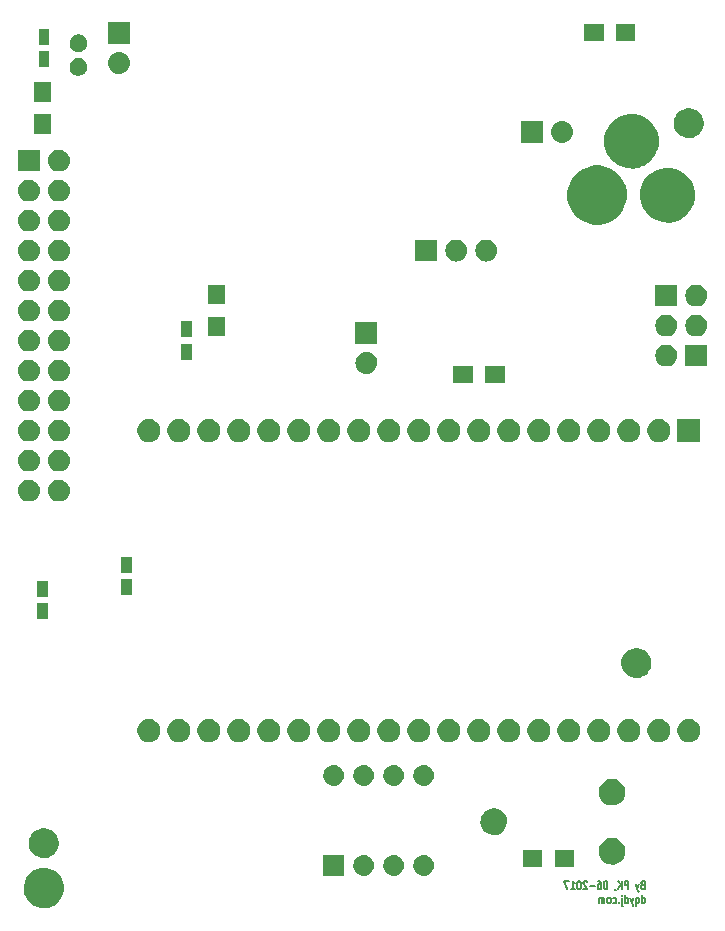
<source format=gbs>
G04 #@! TF.FileFunction,Soldermask,Bot*
%FSLAX46Y46*%
G04 Gerber Fmt 4.6, Leading zero omitted, Abs format (unit mm)*
G04 Created by KiCad (PCBNEW 4.0.6) date Sunday, June 18, 2017 'PMt' 11:18:17 PM*
%MOMM*%
%LPD*%
G01*
G04 APERTURE LIST*
%ADD10C,0.100000*%
%ADD11C,0.137500*%
G04 APERTURE END LIST*
D10*
D11*
X102115714Y-147046250D02*
X102037143Y-147079583D01*
X102010952Y-147112917D01*
X101984762Y-147179583D01*
X101984762Y-147279583D01*
X102010952Y-147346250D01*
X102037143Y-147379583D01*
X102089524Y-147412917D01*
X102299048Y-147412917D01*
X102299048Y-146712917D01*
X102115714Y-146712917D01*
X102063333Y-146746250D01*
X102037143Y-146779583D01*
X102010952Y-146846250D01*
X102010952Y-146912917D01*
X102037143Y-146979583D01*
X102063333Y-147012917D01*
X102115714Y-147046250D01*
X102299048Y-147046250D01*
X101801429Y-146946250D02*
X101670476Y-147412917D01*
X101539524Y-146946250D02*
X101670476Y-147412917D01*
X101722857Y-147579583D01*
X101749048Y-147612917D01*
X101801429Y-147646250D01*
X100910952Y-147412917D02*
X100910952Y-146712917D01*
X100701428Y-146712917D01*
X100649047Y-146746250D01*
X100622856Y-146779583D01*
X100596666Y-146846250D01*
X100596666Y-146946250D01*
X100622856Y-147012917D01*
X100649047Y-147046250D01*
X100701428Y-147079583D01*
X100910952Y-147079583D01*
X100360952Y-147412917D02*
X100360952Y-146712917D01*
X100046666Y-147412917D02*
X100282380Y-147012917D01*
X100046666Y-146712917D02*
X100360952Y-147112917D01*
X99784761Y-147379583D02*
X99784761Y-147412917D01*
X99810952Y-147479583D01*
X99837142Y-147512917D01*
X99025237Y-146712917D02*
X98972856Y-146712917D01*
X98920475Y-146746250D01*
X98894284Y-146779583D01*
X98868094Y-146846250D01*
X98841903Y-146979583D01*
X98841903Y-147146250D01*
X98868094Y-147279583D01*
X98894284Y-147346250D01*
X98920475Y-147379583D01*
X98972856Y-147412917D01*
X99025237Y-147412917D01*
X99077618Y-147379583D01*
X99103808Y-147346250D01*
X99129999Y-147279583D01*
X99156189Y-147146250D01*
X99156189Y-146979583D01*
X99129999Y-146846250D01*
X99103808Y-146779583D01*
X99077618Y-146746250D01*
X99025237Y-146712917D01*
X98370474Y-146712917D02*
X98475236Y-146712917D01*
X98527617Y-146746250D01*
X98553808Y-146779583D01*
X98606189Y-146879583D01*
X98632379Y-147012917D01*
X98632379Y-147279583D01*
X98606189Y-147346250D01*
X98579998Y-147379583D01*
X98527617Y-147412917D01*
X98422855Y-147412917D01*
X98370474Y-147379583D01*
X98344284Y-147346250D01*
X98318093Y-147279583D01*
X98318093Y-147112917D01*
X98344284Y-147046250D01*
X98370474Y-147012917D01*
X98422855Y-146979583D01*
X98527617Y-146979583D01*
X98579998Y-147012917D01*
X98606189Y-147046250D01*
X98632379Y-147112917D01*
X98082379Y-147146250D02*
X97663331Y-147146250D01*
X97427617Y-146779583D02*
X97401427Y-146746250D01*
X97349046Y-146712917D01*
X97218093Y-146712917D01*
X97165712Y-146746250D01*
X97139522Y-146779583D01*
X97113331Y-146846250D01*
X97113331Y-146912917D01*
X97139522Y-147012917D01*
X97453808Y-147412917D01*
X97113331Y-147412917D01*
X96772855Y-146712917D02*
X96720474Y-146712917D01*
X96668093Y-146746250D01*
X96641902Y-146779583D01*
X96615712Y-146846250D01*
X96589521Y-146979583D01*
X96589521Y-147146250D01*
X96615712Y-147279583D01*
X96641902Y-147346250D01*
X96668093Y-147379583D01*
X96720474Y-147412917D01*
X96772855Y-147412917D01*
X96825236Y-147379583D01*
X96851426Y-147346250D01*
X96877617Y-147279583D01*
X96903807Y-147146250D01*
X96903807Y-146979583D01*
X96877617Y-146846250D01*
X96851426Y-146779583D01*
X96825236Y-146746250D01*
X96772855Y-146712917D01*
X96065711Y-147412917D02*
X96379997Y-147412917D01*
X96222854Y-147412917D02*
X96222854Y-146712917D01*
X96275235Y-146812917D01*
X96327616Y-146879583D01*
X96379997Y-146912917D01*
X95882378Y-146712917D02*
X95515711Y-146712917D01*
X95751425Y-147412917D01*
X102063333Y-148600417D02*
X102063333Y-147900417D01*
X102063333Y-148567083D02*
X102115714Y-148600417D01*
X102220476Y-148600417D01*
X102272857Y-148567083D01*
X102299048Y-148533750D01*
X102325238Y-148467083D01*
X102325238Y-148267083D01*
X102299048Y-148200417D01*
X102272857Y-148167083D01*
X102220476Y-148133750D01*
X102115714Y-148133750D01*
X102063333Y-148167083D01*
X101565714Y-148133750D02*
X101565714Y-148833750D01*
X101565714Y-148567083D02*
X101618095Y-148600417D01*
X101722857Y-148600417D01*
X101775238Y-148567083D01*
X101801429Y-148533750D01*
X101827619Y-148467083D01*
X101827619Y-148267083D01*
X101801429Y-148200417D01*
X101775238Y-148167083D01*
X101722857Y-148133750D01*
X101618095Y-148133750D01*
X101565714Y-148167083D01*
X101356191Y-148133750D02*
X101225238Y-148600417D01*
X101094286Y-148133750D02*
X101225238Y-148600417D01*
X101277619Y-148767083D01*
X101303810Y-148800417D01*
X101356191Y-148833750D01*
X100649047Y-148600417D02*
X100649047Y-147900417D01*
X100649047Y-148567083D02*
X100701428Y-148600417D01*
X100806190Y-148600417D01*
X100858571Y-148567083D01*
X100884762Y-148533750D01*
X100910952Y-148467083D01*
X100910952Y-148267083D01*
X100884762Y-148200417D01*
X100858571Y-148167083D01*
X100806190Y-148133750D01*
X100701428Y-148133750D01*
X100649047Y-148167083D01*
X100387143Y-148133750D02*
X100387143Y-148733750D01*
X100413333Y-148800417D01*
X100465714Y-148833750D01*
X100491905Y-148833750D01*
X100387143Y-147900417D02*
X100413333Y-147933750D01*
X100387143Y-147967083D01*
X100360952Y-147933750D01*
X100387143Y-147900417D01*
X100387143Y-147967083D01*
X100125238Y-148533750D02*
X100099047Y-148567083D01*
X100125238Y-148600417D01*
X100151428Y-148567083D01*
X100125238Y-148533750D01*
X100125238Y-148600417D01*
X99627618Y-148567083D02*
X99679999Y-148600417D01*
X99784761Y-148600417D01*
X99837142Y-148567083D01*
X99863333Y-148533750D01*
X99889523Y-148467083D01*
X99889523Y-148267083D01*
X99863333Y-148200417D01*
X99837142Y-148167083D01*
X99784761Y-148133750D01*
X99679999Y-148133750D01*
X99627618Y-148167083D01*
X99313332Y-148600417D02*
X99365713Y-148567083D01*
X99391904Y-148533750D01*
X99418094Y-148467083D01*
X99418094Y-148267083D01*
X99391904Y-148200417D01*
X99365713Y-148167083D01*
X99313332Y-148133750D01*
X99234761Y-148133750D01*
X99182380Y-148167083D01*
X99156189Y-148200417D01*
X99129999Y-148267083D01*
X99129999Y-148467083D01*
X99156189Y-148533750D01*
X99182380Y-148567083D01*
X99234761Y-148600417D01*
X99313332Y-148600417D01*
X98894285Y-148600417D02*
X98894285Y-148133750D01*
X98894285Y-148200417D02*
X98868094Y-148167083D01*
X98815713Y-148133750D01*
X98737142Y-148133750D01*
X98684761Y-148167083D01*
X98658570Y-148233750D01*
X98658570Y-148600417D01*
X98658570Y-148233750D02*
X98632380Y-148167083D01*
X98579999Y-148133750D01*
X98501427Y-148133750D01*
X98449047Y-148167083D01*
X98422856Y-148233750D01*
X98422856Y-148600417D01*
D10*
G36*
X51614209Y-145614936D02*
X51941979Y-145682217D01*
X52250436Y-145811880D01*
X52527836Y-145998989D01*
X52763609Y-146236415D01*
X52948776Y-146515113D01*
X53076282Y-146824466D01*
X53076282Y-146824468D01*
X53141274Y-147152698D01*
X53135937Y-147534878D01*
X53135897Y-147535054D01*
X53135897Y-147535055D01*
X53061806Y-147861167D01*
X52925710Y-148166844D01*
X52732837Y-148440259D01*
X52732835Y-148440261D01*
X52490525Y-148671010D01*
X52283612Y-148802321D01*
X52208009Y-148850300D01*
X51896052Y-148971300D01*
X51566529Y-149029404D01*
X51232001Y-149022396D01*
X50905208Y-148950546D01*
X50905207Y-148950546D01*
X50905204Y-148950545D01*
X50675751Y-148850299D01*
X50598583Y-148816585D01*
X50323826Y-148625624D01*
X50091391Y-148384930D01*
X49910134Y-148103675D01*
X49786960Y-147792572D01*
X49726557Y-147463464D01*
X49731229Y-147128890D01*
X49800796Y-146801599D01*
X49932611Y-146494055D01*
X50121651Y-146217969D01*
X50127771Y-146211976D01*
X50360715Y-145983859D01*
X50623525Y-145811881D01*
X50640701Y-145800641D01*
X50950936Y-145675299D01*
X50950935Y-145675299D01*
X50950938Y-145675298D01*
X51115276Y-145643949D01*
X51279616Y-145612599D01*
X51614209Y-145614936D01*
X51614209Y-145614936D01*
G37*
G36*
X78686184Y-144537456D02*
X78849541Y-144588024D01*
X78999965Y-144669357D01*
X79131726Y-144778360D01*
X79239806Y-144910878D01*
X79320087Y-145061866D01*
X79369513Y-145225572D01*
X79386200Y-145395760D01*
X79386200Y-145404362D01*
X79386138Y-145413163D01*
X79386115Y-145416474D01*
X79367053Y-145586412D01*
X79315346Y-145749412D01*
X79232964Y-145899264D01*
X79123045Y-146030261D01*
X78989775Y-146137413D01*
X78838230Y-146216638D01*
X78674184Y-146264920D01*
X78674160Y-146264922D01*
X78674157Y-146264923D01*
X78503887Y-146280419D01*
X78503883Y-146280419D01*
X78333816Y-146262544D01*
X78170459Y-146211976D01*
X78020035Y-146130643D01*
X77888274Y-146021640D01*
X77780194Y-145889122D01*
X77699913Y-145738134D01*
X77650487Y-145574428D01*
X77633800Y-145404240D01*
X77633800Y-145395638D01*
X77633878Y-145384565D01*
X77633885Y-145383526D01*
X77652947Y-145213588D01*
X77704654Y-145050588D01*
X77787036Y-144900736D01*
X77896955Y-144769739D01*
X78030225Y-144662587D01*
X78181770Y-144583362D01*
X78345816Y-144535080D01*
X78345840Y-144535078D01*
X78345843Y-144535077D01*
X78516115Y-144519581D01*
X78516117Y-144519581D01*
X78686184Y-144537456D01*
X78686184Y-144537456D01*
G37*
G36*
X83766184Y-144537456D02*
X83929541Y-144588024D01*
X84079965Y-144669357D01*
X84211726Y-144778360D01*
X84319806Y-144910878D01*
X84400087Y-145061866D01*
X84449513Y-145225572D01*
X84466200Y-145395760D01*
X84466200Y-145404362D01*
X84466138Y-145413163D01*
X84466115Y-145416474D01*
X84447053Y-145586412D01*
X84395346Y-145749412D01*
X84312964Y-145899264D01*
X84203045Y-146030261D01*
X84069775Y-146137413D01*
X83918230Y-146216638D01*
X83754184Y-146264920D01*
X83754160Y-146264922D01*
X83754157Y-146264923D01*
X83583887Y-146280419D01*
X83583883Y-146280419D01*
X83413816Y-146262544D01*
X83250459Y-146211976D01*
X83100035Y-146130643D01*
X82968274Y-146021640D01*
X82860194Y-145889122D01*
X82779913Y-145738134D01*
X82730487Y-145574428D01*
X82713800Y-145404240D01*
X82713800Y-145395638D01*
X82713878Y-145384565D01*
X82713885Y-145383526D01*
X82732947Y-145213588D01*
X82784654Y-145050588D01*
X82867036Y-144900736D01*
X82976955Y-144769739D01*
X83110225Y-144662587D01*
X83261770Y-144583362D01*
X83425816Y-144535080D01*
X83425840Y-144535078D01*
X83425843Y-144535077D01*
X83596115Y-144519581D01*
X83596117Y-144519581D01*
X83766184Y-144537456D01*
X83766184Y-144537456D01*
G37*
G36*
X81226184Y-144537456D02*
X81389541Y-144588024D01*
X81539965Y-144669357D01*
X81671726Y-144778360D01*
X81779806Y-144910878D01*
X81860087Y-145061866D01*
X81909513Y-145225572D01*
X81926200Y-145395760D01*
X81926200Y-145404362D01*
X81926138Y-145413163D01*
X81926115Y-145416474D01*
X81907053Y-145586412D01*
X81855346Y-145749412D01*
X81772964Y-145899264D01*
X81663045Y-146030261D01*
X81529775Y-146137413D01*
X81378230Y-146216638D01*
X81214184Y-146264920D01*
X81214160Y-146264922D01*
X81214157Y-146264923D01*
X81043887Y-146280419D01*
X81043883Y-146280419D01*
X80873816Y-146262544D01*
X80710459Y-146211976D01*
X80560035Y-146130643D01*
X80428274Y-146021640D01*
X80320194Y-145889122D01*
X80239913Y-145738134D01*
X80190487Y-145574428D01*
X80173800Y-145404240D01*
X80173800Y-145395638D01*
X80173878Y-145384565D01*
X80173885Y-145383526D01*
X80192947Y-145213588D01*
X80244654Y-145050588D01*
X80327036Y-144900736D01*
X80436955Y-144769739D01*
X80570225Y-144662587D01*
X80721770Y-144583362D01*
X80885816Y-144535080D01*
X80885840Y-144535078D01*
X80885843Y-144535077D01*
X81056115Y-144519581D01*
X81056117Y-144519581D01*
X81226184Y-144537456D01*
X81226184Y-144537456D01*
G37*
G36*
X76846200Y-146276200D02*
X75093800Y-146276200D01*
X75093800Y-144523800D01*
X76846200Y-144523800D01*
X76846200Y-146276200D01*
X76846200Y-146276200D01*
G37*
G36*
X93626200Y-145576200D02*
X91973800Y-145576200D01*
X91973800Y-144123800D01*
X93626200Y-144123800D01*
X93626200Y-145576200D01*
X93626200Y-145576200D01*
G37*
G36*
X96326200Y-145576200D02*
X94673800Y-145576200D01*
X94673800Y-144123800D01*
X96326200Y-144123800D01*
X96326200Y-145576200D01*
X96326200Y-145576200D01*
G37*
G36*
X99648289Y-143074549D02*
X99864638Y-143118959D01*
X100068236Y-143204543D01*
X100251343Y-143328051D01*
X100406967Y-143484765D01*
X100529189Y-143668724D01*
X100613350Y-143872915D01*
X100656214Y-144089392D01*
X100656214Y-144089398D01*
X100656248Y-144089570D01*
X100652726Y-144341833D01*
X100652686Y-144342009D01*
X100652686Y-144342010D01*
X100603796Y-144557205D01*
X100513963Y-144758972D01*
X100386655Y-144939442D01*
X100226714Y-145091752D01*
X100040235Y-145210095D01*
X99834323Y-145289963D01*
X99616817Y-145328316D01*
X99396007Y-145323690D01*
X99180305Y-145276265D01*
X98977910Y-145187841D01*
X98796554Y-145061795D01*
X98643132Y-144902922D01*
X98523491Y-144717276D01*
X98442189Y-144511929D01*
X98402319Y-144294696D01*
X98405403Y-144073854D01*
X98451321Y-143857822D01*
X98538327Y-143654824D01*
X98663106Y-143472589D01*
X98820904Y-143318063D01*
X99005714Y-143197126D01*
X99210486Y-143114393D01*
X99427438Y-143073006D01*
X99648289Y-143074549D01*
X99648289Y-143074549D01*
G37*
G36*
X51568393Y-142240845D02*
X51812367Y-142290925D01*
X52041962Y-142387438D01*
X52248448Y-142526715D01*
X52423943Y-142703440D01*
X52561772Y-142910887D01*
X52656679Y-143141152D01*
X52705021Y-143385291D01*
X52705021Y-143385303D01*
X52705054Y-143385470D01*
X52701082Y-143669943D01*
X52701043Y-143670114D01*
X52701043Y-143670120D01*
X52645905Y-143912815D01*
X52544602Y-144140344D01*
X52401038Y-144343859D01*
X52220675Y-144515616D01*
X52010385Y-144649070D01*
X51778181Y-144739136D01*
X51532903Y-144782386D01*
X51283898Y-144777169D01*
X51040653Y-144723689D01*
X50812417Y-144623975D01*
X50607903Y-144481834D01*
X50434891Y-144302675D01*
X50299974Y-144093325D01*
X50208290Y-143861757D01*
X50163330Y-143616787D01*
X50166807Y-143367747D01*
X50218589Y-143124131D01*
X50316705Y-142895213D01*
X50457415Y-142689709D01*
X50635362Y-142515452D01*
X50843769Y-142379073D01*
X51074689Y-142285776D01*
X51319341Y-142239105D01*
X51568393Y-142240845D01*
X51568393Y-142240845D01*
G37*
G36*
X89648289Y-140574549D02*
X89864638Y-140618959D01*
X90068236Y-140704543D01*
X90251343Y-140828051D01*
X90406967Y-140984765D01*
X90529189Y-141168724D01*
X90613350Y-141372915D01*
X90656214Y-141589392D01*
X90656214Y-141589398D01*
X90656248Y-141589570D01*
X90652726Y-141841833D01*
X90652686Y-141842009D01*
X90652686Y-141842010D01*
X90603796Y-142057205D01*
X90513963Y-142258972D01*
X90386655Y-142439442D01*
X90226714Y-142591752D01*
X90040235Y-142710095D01*
X89834323Y-142789963D01*
X89616817Y-142828316D01*
X89396007Y-142823690D01*
X89180305Y-142776265D01*
X88977910Y-142687841D01*
X88796554Y-142561795D01*
X88643132Y-142402922D01*
X88523491Y-142217276D01*
X88442189Y-142011929D01*
X88402319Y-141794696D01*
X88405403Y-141573854D01*
X88451321Y-141357822D01*
X88538327Y-141154824D01*
X88663106Y-140972589D01*
X88820904Y-140818063D01*
X89005714Y-140697126D01*
X89210486Y-140614393D01*
X89427438Y-140573006D01*
X89648289Y-140574549D01*
X89648289Y-140574549D01*
G37*
G36*
X99648289Y-138074549D02*
X99864638Y-138118959D01*
X100068236Y-138204543D01*
X100251343Y-138328051D01*
X100406967Y-138484765D01*
X100529189Y-138668724D01*
X100613350Y-138872915D01*
X100656214Y-139089392D01*
X100656214Y-139089398D01*
X100656248Y-139089570D01*
X100652726Y-139341833D01*
X100652686Y-139342009D01*
X100652686Y-139342010D01*
X100603796Y-139557205D01*
X100513963Y-139758972D01*
X100386655Y-139939442D01*
X100226714Y-140091752D01*
X100040235Y-140210095D01*
X99834323Y-140289963D01*
X99616817Y-140328316D01*
X99396007Y-140323690D01*
X99180305Y-140276265D01*
X98977910Y-140187841D01*
X98796554Y-140061795D01*
X98643132Y-139902922D01*
X98523491Y-139717276D01*
X98442189Y-139511929D01*
X98402319Y-139294696D01*
X98405403Y-139073854D01*
X98451321Y-138857822D01*
X98538327Y-138654824D01*
X98663106Y-138472589D01*
X98820904Y-138318063D01*
X99005714Y-138197126D01*
X99210486Y-138114393D01*
X99427438Y-138073006D01*
X99648289Y-138074549D01*
X99648289Y-138074549D01*
G37*
G36*
X83766184Y-136917456D02*
X83929541Y-136968024D01*
X84079965Y-137049357D01*
X84211726Y-137158360D01*
X84319806Y-137290878D01*
X84400087Y-137441866D01*
X84449513Y-137605572D01*
X84466200Y-137775760D01*
X84466200Y-137784362D01*
X84466138Y-137793163D01*
X84466115Y-137796474D01*
X84447053Y-137966412D01*
X84395346Y-138129412D01*
X84312964Y-138279264D01*
X84203045Y-138410261D01*
X84069775Y-138517413D01*
X83918230Y-138596638D01*
X83754184Y-138644920D01*
X83754160Y-138644922D01*
X83754157Y-138644923D01*
X83583887Y-138660419D01*
X83583883Y-138660419D01*
X83413816Y-138642544D01*
X83250459Y-138591976D01*
X83100035Y-138510643D01*
X82968274Y-138401640D01*
X82860194Y-138269122D01*
X82779913Y-138118134D01*
X82730487Y-137954428D01*
X82713800Y-137784240D01*
X82713800Y-137775638D01*
X82713878Y-137764565D01*
X82713885Y-137763526D01*
X82732947Y-137593588D01*
X82784654Y-137430588D01*
X82867036Y-137280736D01*
X82976955Y-137149739D01*
X83110225Y-137042587D01*
X83261770Y-136963362D01*
X83425816Y-136915080D01*
X83425840Y-136915078D01*
X83425843Y-136915077D01*
X83596115Y-136899581D01*
X83596117Y-136899581D01*
X83766184Y-136917456D01*
X83766184Y-136917456D01*
G37*
G36*
X81226184Y-136917456D02*
X81389541Y-136968024D01*
X81539965Y-137049357D01*
X81671726Y-137158360D01*
X81779806Y-137290878D01*
X81860087Y-137441866D01*
X81909513Y-137605572D01*
X81926200Y-137775760D01*
X81926200Y-137784362D01*
X81926138Y-137793163D01*
X81926115Y-137796474D01*
X81907053Y-137966412D01*
X81855346Y-138129412D01*
X81772964Y-138279264D01*
X81663045Y-138410261D01*
X81529775Y-138517413D01*
X81378230Y-138596638D01*
X81214184Y-138644920D01*
X81214160Y-138644922D01*
X81214157Y-138644923D01*
X81043887Y-138660419D01*
X81043883Y-138660419D01*
X80873816Y-138642544D01*
X80710459Y-138591976D01*
X80560035Y-138510643D01*
X80428274Y-138401640D01*
X80320194Y-138269122D01*
X80239913Y-138118134D01*
X80190487Y-137954428D01*
X80173800Y-137784240D01*
X80173800Y-137775638D01*
X80173878Y-137764565D01*
X80173885Y-137763526D01*
X80192947Y-137593588D01*
X80244654Y-137430588D01*
X80327036Y-137280736D01*
X80436955Y-137149739D01*
X80570225Y-137042587D01*
X80721770Y-136963362D01*
X80885816Y-136915080D01*
X80885840Y-136915078D01*
X80885843Y-136915077D01*
X81056115Y-136899581D01*
X81056117Y-136899581D01*
X81226184Y-136917456D01*
X81226184Y-136917456D01*
G37*
G36*
X78686184Y-136917456D02*
X78849541Y-136968024D01*
X78999965Y-137049357D01*
X79131726Y-137158360D01*
X79239806Y-137290878D01*
X79320087Y-137441866D01*
X79369513Y-137605572D01*
X79386200Y-137775760D01*
X79386200Y-137784362D01*
X79386138Y-137793163D01*
X79386115Y-137796474D01*
X79367053Y-137966412D01*
X79315346Y-138129412D01*
X79232964Y-138279264D01*
X79123045Y-138410261D01*
X78989775Y-138517413D01*
X78838230Y-138596638D01*
X78674184Y-138644920D01*
X78674160Y-138644922D01*
X78674157Y-138644923D01*
X78503887Y-138660419D01*
X78503883Y-138660419D01*
X78333816Y-138642544D01*
X78170459Y-138591976D01*
X78020035Y-138510643D01*
X77888274Y-138401640D01*
X77780194Y-138269122D01*
X77699913Y-138118134D01*
X77650487Y-137954428D01*
X77633800Y-137784240D01*
X77633800Y-137775638D01*
X77633878Y-137764565D01*
X77633885Y-137763526D01*
X77652947Y-137593588D01*
X77704654Y-137430588D01*
X77787036Y-137280736D01*
X77896955Y-137149739D01*
X78030225Y-137042587D01*
X78181770Y-136963362D01*
X78345816Y-136915080D01*
X78345840Y-136915078D01*
X78345843Y-136915077D01*
X78516115Y-136899581D01*
X78516117Y-136899581D01*
X78686184Y-136917456D01*
X78686184Y-136917456D01*
G37*
G36*
X76146184Y-136917456D02*
X76309541Y-136968024D01*
X76459965Y-137049357D01*
X76591726Y-137158360D01*
X76699806Y-137290878D01*
X76780087Y-137441866D01*
X76829513Y-137605572D01*
X76846200Y-137775760D01*
X76846200Y-137784362D01*
X76846138Y-137793163D01*
X76846115Y-137796474D01*
X76827053Y-137966412D01*
X76775346Y-138129412D01*
X76692964Y-138279264D01*
X76583045Y-138410261D01*
X76449775Y-138517413D01*
X76298230Y-138596638D01*
X76134184Y-138644920D01*
X76134160Y-138644922D01*
X76134157Y-138644923D01*
X75963887Y-138660419D01*
X75963883Y-138660419D01*
X75793816Y-138642544D01*
X75630459Y-138591976D01*
X75480035Y-138510643D01*
X75348274Y-138401640D01*
X75240194Y-138269122D01*
X75159913Y-138118134D01*
X75110487Y-137954428D01*
X75093800Y-137784240D01*
X75093800Y-137775638D01*
X75093878Y-137764565D01*
X75093885Y-137763526D01*
X75112947Y-137593588D01*
X75164654Y-137430588D01*
X75247036Y-137280736D01*
X75356955Y-137149739D01*
X75490225Y-137042587D01*
X75641770Y-136963362D01*
X75805816Y-136915080D01*
X75805840Y-136915078D01*
X75805843Y-136915077D01*
X75976115Y-136899581D01*
X75976117Y-136899581D01*
X76146184Y-136917456D01*
X76146184Y-136917456D01*
G37*
G36*
X60427534Y-133009449D02*
X60615067Y-133047944D01*
X60791547Y-133122129D01*
X60950267Y-133229187D01*
X61085163Y-133365029D01*
X61191106Y-133524485D01*
X61264057Y-133701480D01*
X61301208Y-133889100D01*
X61301208Y-133889112D01*
X61301241Y-133889279D01*
X61298188Y-134107942D01*
X61298149Y-134108113D01*
X61298149Y-134108119D01*
X61255775Y-134294629D01*
X61177908Y-134469522D01*
X61067557Y-134625955D01*
X60928918Y-134757978D01*
X60767276Y-134860559D01*
X60588790Y-134929789D01*
X60400254Y-134963034D01*
X60208854Y-134959024D01*
X60021882Y-134917916D01*
X59846444Y-134841269D01*
X59689242Y-134732011D01*
X59556255Y-134594299D01*
X59452549Y-134433379D01*
X59382076Y-134255383D01*
X59347517Y-134067083D01*
X59350189Y-133875656D01*
X59389992Y-133688397D01*
X59465410Y-133512437D01*
X59573567Y-133354477D01*
X59710352Y-133220527D01*
X59870544Y-133115700D01*
X60048044Y-133043985D01*
X60236097Y-133008112D01*
X60427534Y-133009449D01*
X60427534Y-133009449D01*
G37*
G36*
X62967534Y-133009449D02*
X63155067Y-133047944D01*
X63331547Y-133122129D01*
X63490267Y-133229187D01*
X63625163Y-133365029D01*
X63731106Y-133524485D01*
X63804057Y-133701480D01*
X63841208Y-133889100D01*
X63841208Y-133889112D01*
X63841241Y-133889279D01*
X63838188Y-134107942D01*
X63838149Y-134108113D01*
X63838149Y-134108119D01*
X63795775Y-134294629D01*
X63717908Y-134469522D01*
X63607557Y-134625955D01*
X63468918Y-134757978D01*
X63307276Y-134860559D01*
X63128790Y-134929789D01*
X62940254Y-134963034D01*
X62748854Y-134959024D01*
X62561882Y-134917916D01*
X62386444Y-134841269D01*
X62229242Y-134732011D01*
X62096255Y-134594299D01*
X61992549Y-134433379D01*
X61922076Y-134255383D01*
X61887517Y-134067083D01*
X61890189Y-133875656D01*
X61929992Y-133688397D01*
X62005410Y-133512437D01*
X62113567Y-133354477D01*
X62250352Y-133220527D01*
X62410544Y-133115700D01*
X62588044Y-133043985D01*
X62776097Y-133008112D01*
X62967534Y-133009449D01*
X62967534Y-133009449D01*
G37*
G36*
X65507534Y-133009449D02*
X65695067Y-133047944D01*
X65871547Y-133122129D01*
X66030267Y-133229187D01*
X66165163Y-133365029D01*
X66271106Y-133524485D01*
X66344057Y-133701480D01*
X66381208Y-133889100D01*
X66381208Y-133889112D01*
X66381241Y-133889279D01*
X66378188Y-134107942D01*
X66378149Y-134108113D01*
X66378149Y-134108119D01*
X66335775Y-134294629D01*
X66257908Y-134469522D01*
X66147557Y-134625955D01*
X66008918Y-134757978D01*
X65847276Y-134860559D01*
X65668790Y-134929789D01*
X65480254Y-134963034D01*
X65288854Y-134959024D01*
X65101882Y-134917916D01*
X64926444Y-134841269D01*
X64769242Y-134732011D01*
X64636255Y-134594299D01*
X64532549Y-134433379D01*
X64462076Y-134255383D01*
X64427517Y-134067083D01*
X64430189Y-133875656D01*
X64469992Y-133688397D01*
X64545410Y-133512437D01*
X64653567Y-133354477D01*
X64790352Y-133220527D01*
X64950544Y-133115700D01*
X65128044Y-133043985D01*
X65316097Y-133008112D01*
X65507534Y-133009449D01*
X65507534Y-133009449D01*
G37*
G36*
X68047534Y-133009449D02*
X68235067Y-133047944D01*
X68411547Y-133122129D01*
X68570267Y-133229187D01*
X68705163Y-133365029D01*
X68811106Y-133524485D01*
X68884057Y-133701480D01*
X68921208Y-133889100D01*
X68921208Y-133889112D01*
X68921241Y-133889279D01*
X68918188Y-134107942D01*
X68918149Y-134108113D01*
X68918149Y-134108119D01*
X68875775Y-134294629D01*
X68797908Y-134469522D01*
X68687557Y-134625955D01*
X68548918Y-134757978D01*
X68387276Y-134860559D01*
X68208790Y-134929789D01*
X68020254Y-134963034D01*
X67828854Y-134959024D01*
X67641882Y-134917916D01*
X67466444Y-134841269D01*
X67309242Y-134732011D01*
X67176255Y-134594299D01*
X67072549Y-134433379D01*
X67002076Y-134255383D01*
X66967517Y-134067083D01*
X66970189Y-133875656D01*
X67009992Y-133688397D01*
X67085410Y-133512437D01*
X67193567Y-133354477D01*
X67330352Y-133220527D01*
X67490544Y-133115700D01*
X67668044Y-133043985D01*
X67856097Y-133008112D01*
X68047534Y-133009449D01*
X68047534Y-133009449D01*
G37*
G36*
X70587534Y-133009449D02*
X70775067Y-133047944D01*
X70951547Y-133122129D01*
X71110267Y-133229187D01*
X71245163Y-133365029D01*
X71351106Y-133524485D01*
X71424057Y-133701480D01*
X71461208Y-133889100D01*
X71461208Y-133889112D01*
X71461241Y-133889279D01*
X71458188Y-134107942D01*
X71458149Y-134108113D01*
X71458149Y-134108119D01*
X71415775Y-134294629D01*
X71337908Y-134469522D01*
X71227557Y-134625955D01*
X71088918Y-134757978D01*
X70927276Y-134860559D01*
X70748790Y-134929789D01*
X70560254Y-134963034D01*
X70368854Y-134959024D01*
X70181882Y-134917916D01*
X70006444Y-134841269D01*
X69849242Y-134732011D01*
X69716255Y-134594299D01*
X69612549Y-134433379D01*
X69542076Y-134255383D01*
X69507517Y-134067083D01*
X69510189Y-133875656D01*
X69549992Y-133688397D01*
X69625410Y-133512437D01*
X69733567Y-133354477D01*
X69870352Y-133220527D01*
X70030544Y-133115700D01*
X70208044Y-133043985D01*
X70396097Y-133008112D01*
X70587534Y-133009449D01*
X70587534Y-133009449D01*
G37*
G36*
X73127534Y-133009449D02*
X73315067Y-133047944D01*
X73491547Y-133122129D01*
X73650267Y-133229187D01*
X73785163Y-133365029D01*
X73891106Y-133524485D01*
X73964057Y-133701480D01*
X74001208Y-133889100D01*
X74001208Y-133889112D01*
X74001241Y-133889279D01*
X73998188Y-134107942D01*
X73998149Y-134108113D01*
X73998149Y-134108119D01*
X73955775Y-134294629D01*
X73877908Y-134469522D01*
X73767557Y-134625955D01*
X73628918Y-134757978D01*
X73467276Y-134860559D01*
X73288790Y-134929789D01*
X73100254Y-134963034D01*
X72908854Y-134959024D01*
X72721882Y-134917916D01*
X72546444Y-134841269D01*
X72389242Y-134732011D01*
X72256255Y-134594299D01*
X72152549Y-134433379D01*
X72082076Y-134255383D01*
X72047517Y-134067083D01*
X72050189Y-133875656D01*
X72089992Y-133688397D01*
X72165410Y-133512437D01*
X72273567Y-133354477D01*
X72410352Y-133220527D01*
X72570544Y-133115700D01*
X72748044Y-133043985D01*
X72936097Y-133008112D01*
X73127534Y-133009449D01*
X73127534Y-133009449D01*
G37*
G36*
X75667534Y-133009449D02*
X75855067Y-133047944D01*
X76031547Y-133122129D01*
X76190267Y-133229187D01*
X76325163Y-133365029D01*
X76431106Y-133524485D01*
X76504057Y-133701480D01*
X76541208Y-133889100D01*
X76541208Y-133889112D01*
X76541241Y-133889279D01*
X76538188Y-134107942D01*
X76538149Y-134108113D01*
X76538149Y-134108119D01*
X76495775Y-134294629D01*
X76417908Y-134469522D01*
X76307557Y-134625955D01*
X76168918Y-134757978D01*
X76007276Y-134860559D01*
X75828790Y-134929789D01*
X75640254Y-134963034D01*
X75448854Y-134959024D01*
X75261882Y-134917916D01*
X75086444Y-134841269D01*
X74929242Y-134732011D01*
X74796255Y-134594299D01*
X74692549Y-134433379D01*
X74622076Y-134255383D01*
X74587517Y-134067083D01*
X74590189Y-133875656D01*
X74629992Y-133688397D01*
X74705410Y-133512437D01*
X74813567Y-133354477D01*
X74950352Y-133220527D01*
X75110544Y-133115700D01*
X75288044Y-133043985D01*
X75476097Y-133008112D01*
X75667534Y-133009449D01*
X75667534Y-133009449D01*
G37*
G36*
X78207534Y-133009449D02*
X78395067Y-133047944D01*
X78571547Y-133122129D01*
X78730267Y-133229187D01*
X78865163Y-133365029D01*
X78971106Y-133524485D01*
X79044057Y-133701480D01*
X79081208Y-133889100D01*
X79081208Y-133889112D01*
X79081241Y-133889279D01*
X79078188Y-134107942D01*
X79078149Y-134108113D01*
X79078149Y-134108119D01*
X79035775Y-134294629D01*
X78957908Y-134469522D01*
X78847557Y-134625955D01*
X78708918Y-134757978D01*
X78547276Y-134860559D01*
X78368790Y-134929789D01*
X78180254Y-134963034D01*
X77988854Y-134959024D01*
X77801882Y-134917916D01*
X77626444Y-134841269D01*
X77469242Y-134732011D01*
X77336255Y-134594299D01*
X77232549Y-134433379D01*
X77162076Y-134255383D01*
X77127517Y-134067083D01*
X77130189Y-133875656D01*
X77169992Y-133688397D01*
X77245410Y-133512437D01*
X77353567Y-133354477D01*
X77490352Y-133220527D01*
X77650544Y-133115700D01*
X77828044Y-133043985D01*
X78016097Y-133008112D01*
X78207534Y-133009449D01*
X78207534Y-133009449D01*
G37*
G36*
X80747534Y-133009449D02*
X80935067Y-133047944D01*
X81111547Y-133122129D01*
X81270267Y-133229187D01*
X81405163Y-133365029D01*
X81511106Y-133524485D01*
X81584057Y-133701480D01*
X81621208Y-133889100D01*
X81621208Y-133889112D01*
X81621241Y-133889279D01*
X81618188Y-134107942D01*
X81618149Y-134108113D01*
X81618149Y-134108119D01*
X81575775Y-134294629D01*
X81497908Y-134469522D01*
X81387557Y-134625955D01*
X81248918Y-134757978D01*
X81087276Y-134860559D01*
X80908790Y-134929789D01*
X80720254Y-134963034D01*
X80528854Y-134959024D01*
X80341882Y-134917916D01*
X80166444Y-134841269D01*
X80009242Y-134732011D01*
X79876255Y-134594299D01*
X79772549Y-134433379D01*
X79702076Y-134255383D01*
X79667517Y-134067083D01*
X79670189Y-133875656D01*
X79709992Y-133688397D01*
X79785410Y-133512437D01*
X79893567Y-133354477D01*
X80030352Y-133220527D01*
X80190544Y-133115700D01*
X80368044Y-133043985D01*
X80556097Y-133008112D01*
X80747534Y-133009449D01*
X80747534Y-133009449D01*
G37*
G36*
X83287534Y-133009449D02*
X83475067Y-133047944D01*
X83651547Y-133122129D01*
X83810267Y-133229187D01*
X83945163Y-133365029D01*
X84051106Y-133524485D01*
X84124057Y-133701480D01*
X84161208Y-133889100D01*
X84161208Y-133889112D01*
X84161241Y-133889279D01*
X84158188Y-134107942D01*
X84158149Y-134108113D01*
X84158149Y-134108119D01*
X84115775Y-134294629D01*
X84037908Y-134469522D01*
X83927557Y-134625955D01*
X83788918Y-134757978D01*
X83627276Y-134860559D01*
X83448790Y-134929789D01*
X83260254Y-134963034D01*
X83068854Y-134959024D01*
X82881882Y-134917916D01*
X82706444Y-134841269D01*
X82549242Y-134732011D01*
X82416255Y-134594299D01*
X82312549Y-134433379D01*
X82242076Y-134255383D01*
X82207517Y-134067083D01*
X82210189Y-133875656D01*
X82249992Y-133688397D01*
X82325410Y-133512437D01*
X82433567Y-133354477D01*
X82570352Y-133220527D01*
X82730544Y-133115700D01*
X82908044Y-133043985D01*
X83096097Y-133008112D01*
X83287534Y-133009449D01*
X83287534Y-133009449D01*
G37*
G36*
X85827534Y-133009449D02*
X86015067Y-133047944D01*
X86191547Y-133122129D01*
X86350267Y-133229187D01*
X86485163Y-133365029D01*
X86591106Y-133524485D01*
X86664057Y-133701480D01*
X86701208Y-133889100D01*
X86701208Y-133889112D01*
X86701241Y-133889279D01*
X86698188Y-134107942D01*
X86698149Y-134108113D01*
X86698149Y-134108119D01*
X86655775Y-134294629D01*
X86577908Y-134469522D01*
X86467557Y-134625955D01*
X86328918Y-134757978D01*
X86167276Y-134860559D01*
X85988790Y-134929789D01*
X85800254Y-134963034D01*
X85608854Y-134959024D01*
X85421882Y-134917916D01*
X85246444Y-134841269D01*
X85089242Y-134732011D01*
X84956255Y-134594299D01*
X84852549Y-134433379D01*
X84782076Y-134255383D01*
X84747517Y-134067083D01*
X84750189Y-133875656D01*
X84789992Y-133688397D01*
X84865410Y-133512437D01*
X84973567Y-133354477D01*
X85110352Y-133220527D01*
X85270544Y-133115700D01*
X85448044Y-133043985D01*
X85636097Y-133008112D01*
X85827534Y-133009449D01*
X85827534Y-133009449D01*
G37*
G36*
X88367534Y-133009449D02*
X88555067Y-133047944D01*
X88731547Y-133122129D01*
X88890267Y-133229187D01*
X89025163Y-133365029D01*
X89131106Y-133524485D01*
X89204057Y-133701480D01*
X89241208Y-133889100D01*
X89241208Y-133889112D01*
X89241241Y-133889279D01*
X89238188Y-134107942D01*
X89238149Y-134108113D01*
X89238149Y-134108119D01*
X89195775Y-134294629D01*
X89117908Y-134469522D01*
X89007557Y-134625955D01*
X88868918Y-134757978D01*
X88707276Y-134860559D01*
X88528790Y-134929789D01*
X88340254Y-134963034D01*
X88148854Y-134959024D01*
X87961882Y-134917916D01*
X87786444Y-134841269D01*
X87629242Y-134732011D01*
X87496255Y-134594299D01*
X87392549Y-134433379D01*
X87322076Y-134255383D01*
X87287517Y-134067083D01*
X87290189Y-133875656D01*
X87329992Y-133688397D01*
X87405410Y-133512437D01*
X87513567Y-133354477D01*
X87650352Y-133220527D01*
X87810544Y-133115700D01*
X87988044Y-133043985D01*
X88176097Y-133008112D01*
X88367534Y-133009449D01*
X88367534Y-133009449D01*
G37*
G36*
X90907534Y-133009449D02*
X91095067Y-133047944D01*
X91271547Y-133122129D01*
X91430267Y-133229187D01*
X91565163Y-133365029D01*
X91671106Y-133524485D01*
X91744057Y-133701480D01*
X91781208Y-133889100D01*
X91781208Y-133889112D01*
X91781241Y-133889279D01*
X91778188Y-134107942D01*
X91778149Y-134108113D01*
X91778149Y-134108119D01*
X91735775Y-134294629D01*
X91657908Y-134469522D01*
X91547557Y-134625955D01*
X91408918Y-134757978D01*
X91247276Y-134860559D01*
X91068790Y-134929789D01*
X90880254Y-134963034D01*
X90688854Y-134959024D01*
X90501882Y-134917916D01*
X90326444Y-134841269D01*
X90169242Y-134732011D01*
X90036255Y-134594299D01*
X89932549Y-134433379D01*
X89862076Y-134255383D01*
X89827517Y-134067083D01*
X89830189Y-133875656D01*
X89869992Y-133688397D01*
X89945410Y-133512437D01*
X90053567Y-133354477D01*
X90190352Y-133220527D01*
X90350544Y-133115700D01*
X90528044Y-133043985D01*
X90716097Y-133008112D01*
X90907534Y-133009449D01*
X90907534Y-133009449D01*
G37*
G36*
X93447534Y-133009449D02*
X93635067Y-133047944D01*
X93811547Y-133122129D01*
X93970267Y-133229187D01*
X94105163Y-133365029D01*
X94211106Y-133524485D01*
X94284057Y-133701480D01*
X94321208Y-133889100D01*
X94321208Y-133889112D01*
X94321241Y-133889279D01*
X94318188Y-134107942D01*
X94318149Y-134108113D01*
X94318149Y-134108119D01*
X94275775Y-134294629D01*
X94197908Y-134469522D01*
X94087557Y-134625955D01*
X93948918Y-134757978D01*
X93787276Y-134860559D01*
X93608790Y-134929789D01*
X93420254Y-134963034D01*
X93228854Y-134959024D01*
X93041882Y-134917916D01*
X92866444Y-134841269D01*
X92709242Y-134732011D01*
X92576255Y-134594299D01*
X92472549Y-134433379D01*
X92402076Y-134255383D01*
X92367517Y-134067083D01*
X92370189Y-133875656D01*
X92409992Y-133688397D01*
X92485410Y-133512437D01*
X92593567Y-133354477D01*
X92730352Y-133220527D01*
X92890544Y-133115700D01*
X93068044Y-133043985D01*
X93256097Y-133008112D01*
X93447534Y-133009449D01*
X93447534Y-133009449D01*
G37*
G36*
X95987534Y-133009449D02*
X96175067Y-133047944D01*
X96351547Y-133122129D01*
X96510267Y-133229187D01*
X96645163Y-133365029D01*
X96751106Y-133524485D01*
X96824057Y-133701480D01*
X96861208Y-133889100D01*
X96861208Y-133889112D01*
X96861241Y-133889279D01*
X96858188Y-134107942D01*
X96858149Y-134108113D01*
X96858149Y-134108119D01*
X96815775Y-134294629D01*
X96737908Y-134469522D01*
X96627557Y-134625955D01*
X96488918Y-134757978D01*
X96327276Y-134860559D01*
X96148790Y-134929789D01*
X95960254Y-134963034D01*
X95768854Y-134959024D01*
X95581882Y-134917916D01*
X95406444Y-134841269D01*
X95249242Y-134732011D01*
X95116255Y-134594299D01*
X95012549Y-134433379D01*
X94942076Y-134255383D01*
X94907517Y-134067083D01*
X94910189Y-133875656D01*
X94949992Y-133688397D01*
X95025410Y-133512437D01*
X95133567Y-133354477D01*
X95270352Y-133220527D01*
X95430544Y-133115700D01*
X95608044Y-133043985D01*
X95796097Y-133008112D01*
X95987534Y-133009449D01*
X95987534Y-133009449D01*
G37*
G36*
X98527534Y-133009449D02*
X98715067Y-133047944D01*
X98891547Y-133122129D01*
X99050267Y-133229187D01*
X99185163Y-133365029D01*
X99291106Y-133524485D01*
X99364057Y-133701480D01*
X99401208Y-133889100D01*
X99401208Y-133889112D01*
X99401241Y-133889279D01*
X99398188Y-134107942D01*
X99398149Y-134108113D01*
X99398149Y-134108119D01*
X99355775Y-134294629D01*
X99277908Y-134469522D01*
X99167557Y-134625955D01*
X99028918Y-134757978D01*
X98867276Y-134860559D01*
X98688790Y-134929789D01*
X98500254Y-134963034D01*
X98308854Y-134959024D01*
X98121882Y-134917916D01*
X97946444Y-134841269D01*
X97789242Y-134732011D01*
X97656255Y-134594299D01*
X97552549Y-134433379D01*
X97482076Y-134255383D01*
X97447517Y-134067083D01*
X97450189Y-133875656D01*
X97489992Y-133688397D01*
X97565410Y-133512437D01*
X97673567Y-133354477D01*
X97810352Y-133220527D01*
X97970544Y-133115700D01*
X98148044Y-133043985D01*
X98336097Y-133008112D01*
X98527534Y-133009449D01*
X98527534Y-133009449D01*
G37*
G36*
X101067534Y-133009449D02*
X101255067Y-133047944D01*
X101431547Y-133122129D01*
X101590267Y-133229187D01*
X101725163Y-133365029D01*
X101831106Y-133524485D01*
X101904057Y-133701480D01*
X101941208Y-133889100D01*
X101941208Y-133889112D01*
X101941241Y-133889279D01*
X101938188Y-134107942D01*
X101938149Y-134108113D01*
X101938149Y-134108119D01*
X101895775Y-134294629D01*
X101817908Y-134469522D01*
X101707557Y-134625955D01*
X101568918Y-134757978D01*
X101407276Y-134860559D01*
X101228790Y-134929789D01*
X101040254Y-134963034D01*
X100848854Y-134959024D01*
X100661882Y-134917916D01*
X100486444Y-134841269D01*
X100329242Y-134732011D01*
X100196255Y-134594299D01*
X100092549Y-134433379D01*
X100022076Y-134255383D01*
X99987517Y-134067083D01*
X99990189Y-133875656D01*
X100029992Y-133688397D01*
X100105410Y-133512437D01*
X100213567Y-133354477D01*
X100350352Y-133220527D01*
X100510544Y-133115700D01*
X100688044Y-133043985D01*
X100876097Y-133008112D01*
X101067534Y-133009449D01*
X101067534Y-133009449D01*
G37*
G36*
X103607534Y-133009449D02*
X103795067Y-133047944D01*
X103971547Y-133122129D01*
X104130267Y-133229187D01*
X104265163Y-133365029D01*
X104371106Y-133524485D01*
X104444057Y-133701480D01*
X104481208Y-133889100D01*
X104481208Y-133889112D01*
X104481241Y-133889279D01*
X104478188Y-134107942D01*
X104478149Y-134108113D01*
X104478149Y-134108119D01*
X104435775Y-134294629D01*
X104357908Y-134469522D01*
X104247557Y-134625955D01*
X104108918Y-134757978D01*
X103947276Y-134860559D01*
X103768790Y-134929789D01*
X103580254Y-134963034D01*
X103388854Y-134959024D01*
X103201882Y-134917916D01*
X103026444Y-134841269D01*
X102869242Y-134732011D01*
X102736255Y-134594299D01*
X102632549Y-134433379D01*
X102562076Y-134255383D01*
X102527517Y-134067083D01*
X102530189Y-133875656D01*
X102569992Y-133688397D01*
X102645410Y-133512437D01*
X102753567Y-133354477D01*
X102890352Y-133220527D01*
X103050544Y-133115700D01*
X103228044Y-133043985D01*
X103416097Y-133008112D01*
X103607534Y-133009449D01*
X103607534Y-133009449D01*
G37*
G36*
X106147534Y-133009449D02*
X106335067Y-133047944D01*
X106511547Y-133122129D01*
X106670267Y-133229187D01*
X106805163Y-133365029D01*
X106911106Y-133524485D01*
X106984057Y-133701480D01*
X107021208Y-133889100D01*
X107021208Y-133889112D01*
X107021241Y-133889279D01*
X107018188Y-134107942D01*
X107018149Y-134108113D01*
X107018149Y-134108119D01*
X106975775Y-134294629D01*
X106897908Y-134469522D01*
X106787557Y-134625955D01*
X106648918Y-134757978D01*
X106487276Y-134860559D01*
X106308790Y-134929789D01*
X106120254Y-134963034D01*
X105928854Y-134959024D01*
X105741882Y-134917916D01*
X105566444Y-134841269D01*
X105409242Y-134732011D01*
X105276255Y-134594299D01*
X105172549Y-134433379D01*
X105102076Y-134255383D01*
X105067517Y-134067083D01*
X105070189Y-133875656D01*
X105109992Y-133688397D01*
X105185410Y-133512437D01*
X105293567Y-133354477D01*
X105430352Y-133220527D01*
X105590544Y-133115700D01*
X105768044Y-133043985D01*
X105956097Y-133008112D01*
X106147534Y-133009449D01*
X106147534Y-133009449D01*
G37*
G36*
X101733393Y-127000845D02*
X101977367Y-127050925D01*
X102206962Y-127147438D01*
X102413448Y-127286715D01*
X102588943Y-127463440D01*
X102726772Y-127670887D01*
X102821679Y-127901152D01*
X102870021Y-128145291D01*
X102870021Y-128145303D01*
X102870054Y-128145470D01*
X102866082Y-128429943D01*
X102866043Y-128430114D01*
X102866043Y-128430120D01*
X102810905Y-128672815D01*
X102709602Y-128900344D01*
X102566038Y-129103859D01*
X102385675Y-129275616D01*
X102175385Y-129409070D01*
X101943181Y-129499136D01*
X101697903Y-129542386D01*
X101448898Y-129537169D01*
X101205653Y-129483689D01*
X100977417Y-129383975D01*
X100772903Y-129241834D01*
X100599891Y-129062675D01*
X100464974Y-128853325D01*
X100373290Y-128621757D01*
X100328330Y-128376787D01*
X100331807Y-128127747D01*
X100383589Y-127884131D01*
X100481705Y-127655213D01*
X100622415Y-127449709D01*
X100800362Y-127275452D01*
X101008769Y-127139073D01*
X101239689Y-127045776D01*
X101484341Y-126999105D01*
X101733393Y-127000845D01*
X101733393Y-127000845D01*
G37*
G36*
X51759200Y-124562200D02*
X50856800Y-124562200D01*
X50856800Y-123209800D01*
X51759200Y-123209800D01*
X51759200Y-124562200D01*
X51759200Y-124562200D01*
G37*
G36*
X51759200Y-122662200D02*
X50856800Y-122662200D01*
X50856800Y-121309800D01*
X51759200Y-121309800D01*
X51759200Y-122662200D01*
X51759200Y-122662200D01*
G37*
G36*
X58871200Y-122530200D02*
X57968800Y-122530200D01*
X57968800Y-121177800D01*
X58871200Y-121177800D01*
X58871200Y-122530200D01*
X58871200Y-122530200D01*
G37*
G36*
X58871200Y-120630200D02*
X57968800Y-120630200D01*
X57968800Y-119277800D01*
X58871200Y-119277800D01*
X58871200Y-120630200D01*
X58871200Y-120630200D01*
G37*
G36*
X50178214Y-112738861D02*
X50182413Y-112738890D01*
X50362049Y-112759040D01*
X50534350Y-112813697D01*
X50692753Y-112900780D01*
X50831226Y-113016972D01*
X50944492Y-113157847D01*
X51028239Y-113318039D01*
X51079275Y-113491447D01*
X51079276Y-113491463D01*
X51079280Y-113491475D01*
X51095660Y-113671462D01*
X51076767Y-113851215D01*
X51076766Y-113851218D01*
X51076764Y-113851238D01*
X51023311Y-114023917D01*
X50937336Y-114182924D01*
X50822113Y-114322204D01*
X50682032Y-114436452D01*
X50522428Y-114521315D01*
X50349381Y-114573561D01*
X50169481Y-114591200D01*
X50160431Y-114591200D01*
X50151786Y-114591139D01*
X50147587Y-114591110D01*
X49967951Y-114570960D01*
X49795650Y-114516303D01*
X49637247Y-114429220D01*
X49498774Y-114313028D01*
X49385508Y-114172153D01*
X49301761Y-114011961D01*
X49250725Y-113838553D01*
X49250724Y-113838537D01*
X49250720Y-113838525D01*
X49234340Y-113658538D01*
X49253233Y-113478785D01*
X49253234Y-113478782D01*
X49253236Y-113478762D01*
X49306689Y-113306083D01*
X49392664Y-113147076D01*
X49507887Y-113007796D01*
X49647968Y-112893548D01*
X49807572Y-112808685D01*
X49980619Y-112756439D01*
X50160519Y-112738800D01*
X50169569Y-112738800D01*
X50178214Y-112738861D01*
X50178214Y-112738861D01*
G37*
G36*
X52718214Y-112738861D02*
X52722413Y-112738890D01*
X52902049Y-112759040D01*
X53074350Y-112813697D01*
X53232753Y-112900780D01*
X53371226Y-113016972D01*
X53484492Y-113157847D01*
X53568239Y-113318039D01*
X53619275Y-113491447D01*
X53619276Y-113491463D01*
X53619280Y-113491475D01*
X53635660Y-113671462D01*
X53616767Y-113851215D01*
X53616766Y-113851218D01*
X53616764Y-113851238D01*
X53563311Y-114023917D01*
X53477336Y-114182924D01*
X53362113Y-114322204D01*
X53222032Y-114436452D01*
X53062428Y-114521315D01*
X52889381Y-114573561D01*
X52709481Y-114591200D01*
X52700431Y-114591200D01*
X52691786Y-114591139D01*
X52687587Y-114591110D01*
X52507951Y-114570960D01*
X52335650Y-114516303D01*
X52177247Y-114429220D01*
X52038774Y-114313028D01*
X51925508Y-114172153D01*
X51841761Y-114011961D01*
X51790725Y-113838553D01*
X51790724Y-113838537D01*
X51790720Y-113838525D01*
X51774340Y-113658538D01*
X51793233Y-113478785D01*
X51793234Y-113478782D01*
X51793236Y-113478762D01*
X51846689Y-113306083D01*
X51932664Y-113147076D01*
X52047887Y-113007796D01*
X52187968Y-112893548D01*
X52347572Y-112808685D01*
X52520619Y-112756439D01*
X52700519Y-112738800D01*
X52709569Y-112738800D01*
X52718214Y-112738861D01*
X52718214Y-112738861D01*
G37*
G36*
X52718214Y-110198861D02*
X52722413Y-110198890D01*
X52902049Y-110219040D01*
X53074350Y-110273697D01*
X53232753Y-110360780D01*
X53371226Y-110476972D01*
X53484492Y-110617847D01*
X53568239Y-110778039D01*
X53619275Y-110951447D01*
X53619276Y-110951463D01*
X53619280Y-110951475D01*
X53635660Y-111131462D01*
X53616767Y-111311215D01*
X53616766Y-111311218D01*
X53616764Y-111311238D01*
X53563311Y-111483917D01*
X53477336Y-111642924D01*
X53362113Y-111782204D01*
X53222032Y-111896452D01*
X53062428Y-111981315D01*
X52889381Y-112033561D01*
X52709481Y-112051200D01*
X52700431Y-112051200D01*
X52691786Y-112051139D01*
X52687587Y-112051110D01*
X52507951Y-112030960D01*
X52335650Y-111976303D01*
X52177247Y-111889220D01*
X52038774Y-111773028D01*
X51925508Y-111632153D01*
X51841761Y-111471961D01*
X51790725Y-111298553D01*
X51790724Y-111298537D01*
X51790720Y-111298525D01*
X51774340Y-111118538D01*
X51793233Y-110938785D01*
X51793234Y-110938782D01*
X51793236Y-110938762D01*
X51846689Y-110766083D01*
X51932664Y-110607076D01*
X52047887Y-110467796D01*
X52187968Y-110353548D01*
X52347572Y-110268685D01*
X52520619Y-110216439D01*
X52700519Y-110198800D01*
X52709569Y-110198800D01*
X52718214Y-110198861D01*
X52718214Y-110198861D01*
G37*
G36*
X50178214Y-110198861D02*
X50182413Y-110198890D01*
X50362049Y-110219040D01*
X50534350Y-110273697D01*
X50692753Y-110360780D01*
X50831226Y-110476972D01*
X50944492Y-110617847D01*
X51028239Y-110778039D01*
X51079275Y-110951447D01*
X51079276Y-110951463D01*
X51079280Y-110951475D01*
X51095660Y-111131462D01*
X51076767Y-111311215D01*
X51076766Y-111311218D01*
X51076764Y-111311238D01*
X51023311Y-111483917D01*
X50937336Y-111642924D01*
X50822113Y-111782204D01*
X50682032Y-111896452D01*
X50522428Y-111981315D01*
X50349381Y-112033561D01*
X50169481Y-112051200D01*
X50160431Y-112051200D01*
X50151786Y-112051139D01*
X50147587Y-112051110D01*
X49967951Y-112030960D01*
X49795650Y-111976303D01*
X49637247Y-111889220D01*
X49498774Y-111773028D01*
X49385508Y-111632153D01*
X49301761Y-111471961D01*
X49250725Y-111298553D01*
X49250724Y-111298537D01*
X49250720Y-111298525D01*
X49234340Y-111118538D01*
X49253233Y-110938785D01*
X49253234Y-110938782D01*
X49253236Y-110938762D01*
X49306689Y-110766083D01*
X49392664Y-110607076D01*
X49507887Y-110467796D01*
X49647968Y-110353548D01*
X49807572Y-110268685D01*
X49980619Y-110216439D01*
X50160519Y-110198800D01*
X50169569Y-110198800D01*
X50178214Y-110198861D01*
X50178214Y-110198861D01*
G37*
G36*
X60427534Y-107609449D02*
X60615067Y-107647944D01*
X60791547Y-107722129D01*
X60950267Y-107829187D01*
X61085163Y-107965029D01*
X61191106Y-108124485D01*
X61264057Y-108301480D01*
X61301208Y-108489100D01*
X61301208Y-108489112D01*
X61301241Y-108489279D01*
X61298188Y-108707942D01*
X61298149Y-108708113D01*
X61298149Y-108708119D01*
X61255775Y-108894629D01*
X61177908Y-109069522D01*
X61067557Y-109225955D01*
X60928918Y-109357978D01*
X60767276Y-109460559D01*
X60588790Y-109529789D01*
X60400254Y-109563034D01*
X60208854Y-109559024D01*
X60021882Y-109517916D01*
X59846444Y-109441269D01*
X59689242Y-109332011D01*
X59556255Y-109194299D01*
X59452549Y-109033379D01*
X59382076Y-108855383D01*
X59347517Y-108667083D01*
X59350189Y-108475656D01*
X59389992Y-108288397D01*
X59465410Y-108112437D01*
X59573567Y-107954477D01*
X59710352Y-107820527D01*
X59870544Y-107715700D01*
X60048044Y-107643985D01*
X60236097Y-107608112D01*
X60427534Y-107609449D01*
X60427534Y-107609449D01*
G37*
G36*
X62967534Y-107609449D02*
X63155067Y-107647944D01*
X63331547Y-107722129D01*
X63490267Y-107829187D01*
X63625163Y-107965029D01*
X63731106Y-108124485D01*
X63804057Y-108301480D01*
X63841208Y-108489100D01*
X63841208Y-108489112D01*
X63841241Y-108489279D01*
X63838188Y-108707942D01*
X63838149Y-108708113D01*
X63838149Y-108708119D01*
X63795775Y-108894629D01*
X63717908Y-109069522D01*
X63607557Y-109225955D01*
X63468918Y-109357978D01*
X63307276Y-109460559D01*
X63128790Y-109529789D01*
X62940254Y-109563034D01*
X62748854Y-109559024D01*
X62561882Y-109517916D01*
X62386444Y-109441269D01*
X62229242Y-109332011D01*
X62096255Y-109194299D01*
X61992549Y-109033379D01*
X61922076Y-108855383D01*
X61887517Y-108667083D01*
X61890189Y-108475656D01*
X61929992Y-108288397D01*
X62005410Y-108112437D01*
X62113567Y-107954477D01*
X62250352Y-107820527D01*
X62410544Y-107715700D01*
X62588044Y-107643985D01*
X62776097Y-107608112D01*
X62967534Y-107609449D01*
X62967534Y-107609449D01*
G37*
G36*
X65507534Y-107609449D02*
X65695067Y-107647944D01*
X65871547Y-107722129D01*
X66030267Y-107829187D01*
X66165163Y-107965029D01*
X66271106Y-108124485D01*
X66344057Y-108301480D01*
X66381208Y-108489100D01*
X66381208Y-108489112D01*
X66381241Y-108489279D01*
X66378188Y-108707942D01*
X66378149Y-108708113D01*
X66378149Y-108708119D01*
X66335775Y-108894629D01*
X66257908Y-109069522D01*
X66147557Y-109225955D01*
X66008918Y-109357978D01*
X65847276Y-109460559D01*
X65668790Y-109529789D01*
X65480254Y-109563034D01*
X65288854Y-109559024D01*
X65101882Y-109517916D01*
X64926444Y-109441269D01*
X64769242Y-109332011D01*
X64636255Y-109194299D01*
X64532549Y-109033379D01*
X64462076Y-108855383D01*
X64427517Y-108667083D01*
X64430189Y-108475656D01*
X64469992Y-108288397D01*
X64545410Y-108112437D01*
X64653567Y-107954477D01*
X64790352Y-107820527D01*
X64950544Y-107715700D01*
X65128044Y-107643985D01*
X65316097Y-107608112D01*
X65507534Y-107609449D01*
X65507534Y-107609449D01*
G37*
G36*
X68047534Y-107609449D02*
X68235067Y-107647944D01*
X68411547Y-107722129D01*
X68570267Y-107829187D01*
X68705163Y-107965029D01*
X68811106Y-108124485D01*
X68884057Y-108301480D01*
X68921208Y-108489100D01*
X68921208Y-108489112D01*
X68921241Y-108489279D01*
X68918188Y-108707942D01*
X68918149Y-108708113D01*
X68918149Y-108708119D01*
X68875775Y-108894629D01*
X68797908Y-109069522D01*
X68687557Y-109225955D01*
X68548918Y-109357978D01*
X68387276Y-109460559D01*
X68208790Y-109529789D01*
X68020254Y-109563034D01*
X67828854Y-109559024D01*
X67641882Y-109517916D01*
X67466444Y-109441269D01*
X67309242Y-109332011D01*
X67176255Y-109194299D01*
X67072549Y-109033379D01*
X67002076Y-108855383D01*
X66967517Y-108667083D01*
X66970189Y-108475656D01*
X67009992Y-108288397D01*
X67085410Y-108112437D01*
X67193567Y-107954477D01*
X67330352Y-107820527D01*
X67490544Y-107715700D01*
X67668044Y-107643985D01*
X67856097Y-107608112D01*
X68047534Y-107609449D01*
X68047534Y-107609449D01*
G37*
G36*
X70587534Y-107609449D02*
X70775067Y-107647944D01*
X70951547Y-107722129D01*
X71110267Y-107829187D01*
X71245163Y-107965029D01*
X71351106Y-108124485D01*
X71424057Y-108301480D01*
X71461208Y-108489100D01*
X71461208Y-108489112D01*
X71461241Y-108489279D01*
X71458188Y-108707942D01*
X71458149Y-108708113D01*
X71458149Y-108708119D01*
X71415775Y-108894629D01*
X71337908Y-109069522D01*
X71227557Y-109225955D01*
X71088918Y-109357978D01*
X70927276Y-109460559D01*
X70748790Y-109529789D01*
X70560254Y-109563034D01*
X70368854Y-109559024D01*
X70181882Y-109517916D01*
X70006444Y-109441269D01*
X69849242Y-109332011D01*
X69716255Y-109194299D01*
X69612549Y-109033379D01*
X69542076Y-108855383D01*
X69507517Y-108667083D01*
X69510189Y-108475656D01*
X69549992Y-108288397D01*
X69625410Y-108112437D01*
X69733567Y-107954477D01*
X69870352Y-107820527D01*
X70030544Y-107715700D01*
X70208044Y-107643985D01*
X70396097Y-107608112D01*
X70587534Y-107609449D01*
X70587534Y-107609449D01*
G37*
G36*
X73127534Y-107609449D02*
X73315067Y-107647944D01*
X73491547Y-107722129D01*
X73650267Y-107829187D01*
X73785163Y-107965029D01*
X73891106Y-108124485D01*
X73964057Y-108301480D01*
X74001208Y-108489100D01*
X74001208Y-108489112D01*
X74001241Y-108489279D01*
X73998188Y-108707942D01*
X73998149Y-108708113D01*
X73998149Y-108708119D01*
X73955775Y-108894629D01*
X73877908Y-109069522D01*
X73767557Y-109225955D01*
X73628918Y-109357978D01*
X73467276Y-109460559D01*
X73288790Y-109529789D01*
X73100254Y-109563034D01*
X72908854Y-109559024D01*
X72721882Y-109517916D01*
X72546444Y-109441269D01*
X72389242Y-109332011D01*
X72256255Y-109194299D01*
X72152549Y-109033379D01*
X72082076Y-108855383D01*
X72047517Y-108667083D01*
X72050189Y-108475656D01*
X72089992Y-108288397D01*
X72165410Y-108112437D01*
X72273567Y-107954477D01*
X72410352Y-107820527D01*
X72570544Y-107715700D01*
X72748044Y-107643985D01*
X72936097Y-107608112D01*
X73127534Y-107609449D01*
X73127534Y-107609449D01*
G37*
G36*
X75667534Y-107609449D02*
X75855067Y-107647944D01*
X76031547Y-107722129D01*
X76190267Y-107829187D01*
X76325163Y-107965029D01*
X76431106Y-108124485D01*
X76504057Y-108301480D01*
X76541208Y-108489100D01*
X76541208Y-108489112D01*
X76541241Y-108489279D01*
X76538188Y-108707942D01*
X76538149Y-108708113D01*
X76538149Y-108708119D01*
X76495775Y-108894629D01*
X76417908Y-109069522D01*
X76307557Y-109225955D01*
X76168918Y-109357978D01*
X76007276Y-109460559D01*
X75828790Y-109529789D01*
X75640254Y-109563034D01*
X75448854Y-109559024D01*
X75261882Y-109517916D01*
X75086444Y-109441269D01*
X74929242Y-109332011D01*
X74796255Y-109194299D01*
X74692549Y-109033379D01*
X74622076Y-108855383D01*
X74587517Y-108667083D01*
X74590189Y-108475656D01*
X74629992Y-108288397D01*
X74705410Y-108112437D01*
X74813567Y-107954477D01*
X74950352Y-107820527D01*
X75110544Y-107715700D01*
X75288044Y-107643985D01*
X75476097Y-107608112D01*
X75667534Y-107609449D01*
X75667534Y-107609449D01*
G37*
G36*
X78207534Y-107609449D02*
X78395067Y-107647944D01*
X78571547Y-107722129D01*
X78730267Y-107829187D01*
X78865163Y-107965029D01*
X78971106Y-108124485D01*
X79044057Y-108301480D01*
X79081208Y-108489100D01*
X79081208Y-108489112D01*
X79081241Y-108489279D01*
X79078188Y-108707942D01*
X79078149Y-108708113D01*
X79078149Y-108708119D01*
X79035775Y-108894629D01*
X78957908Y-109069522D01*
X78847557Y-109225955D01*
X78708918Y-109357978D01*
X78547276Y-109460559D01*
X78368790Y-109529789D01*
X78180254Y-109563034D01*
X77988854Y-109559024D01*
X77801882Y-109517916D01*
X77626444Y-109441269D01*
X77469242Y-109332011D01*
X77336255Y-109194299D01*
X77232549Y-109033379D01*
X77162076Y-108855383D01*
X77127517Y-108667083D01*
X77130189Y-108475656D01*
X77169992Y-108288397D01*
X77245410Y-108112437D01*
X77353567Y-107954477D01*
X77490352Y-107820527D01*
X77650544Y-107715700D01*
X77828044Y-107643985D01*
X78016097Y-107608112D01*
X78207534Y-107609449D01*
X78207534Y-107609449D01*
G37*
G36*
X103607534Y-107609449D02*
X103795067Y-107647944D01*
X103971547Y-107722129D01*
X104130267Y-107829187D01*
X104265163Y-107965029D01*
X104371106Y-108124485D01*
X104444057Y-108301480D01*
X104481208Y-108489100D01*
X104481208Y-108489112D01*
X104481241Y-108489279D01*
X104478188Y-108707942D01*
X104478149Y-108708113D01*
X104478149Y-108708119D01*
X104435775Y-108894629D01*
X104357908Y-109069522D01*
X104247557Y-109225955D01*
X104108918Y-109357978D01*
X103947276Y-109460559D01*
X103768790Y-109529789D01*
X103580254Y-109563034D01*
X103388854Y-109559024D01*
X103201882Y-109517916D01*
X103026444Y-109441269D01*
X102869242Y-109332011D01*
X102736255Y-109194299D01*
X102632549Y-109033379D01*
X102562076Y-108855383D01*
X102527517Y-108667083D01*
X102530189Y-108475656D01*
X102569992Y-108288397D01*
X102645410Y-108112437D01*
X102753567Y-107954477D01*
X102890352Y-107820527D01*
X103050544Y-107715700D01*
X103228044Y-107643985D01*
X103416097Y-107608112D01*
X103607534Y-107609449D01*
X103607534Y-107609449D01*
G37*
G36*
X88367534Y-107609449D02*
X88555067Y-107647944D01*
X88731547Y-107722129D01*
X88890267Y-107829187D01*
X89025163Y-107965029D01*
X89131106Y-108124485D01*
X89204057Y-108301480D01*
X89241208Y-108489100D01*
X89241208Y-108489112D01*
X89241241Y-108489279D01*
X89238188Y-108707942D01*
X89238149Y-108708113D01*
X89238149Y-108708119D01*
X89195775Y-108894629D01*
X89117908Y-109069522D01*
X89007557Y-109225955D01*
X88868918Y-109357978D01*
X88707276Y-109460559D01*
X88528790Y-109529789D01*
X88340254Y-109563034D01*
X88148854Y-109559024D01*
X87961882Y-109517916D01*
X87786444Y-109441269D01*
X87629242Y-109332011D01*
X87496255Y-109194299D01*
X87392549Y-109033379D01*
X87322076Y-108855383D01*
X87287517Y-108667083D01*
X87290189Y-108475656D01*
X87329992Y-108288397D01*
X87405410Y-108112437D01*
X87513567Y-107954477D01*
X87650352Y-107820527D01*
X87810544Y-107715700D01*
X87988044Y-107643985D01*
X88176097Y-107608112D01*
X88367534Y-107609449D01*
X88367534Y-107609449D01*
G37*
G36*
X90907534Y-107609449D02*
X91095067Y-107647944D01*
X91271547Y-107722129D01*
X91430267Y-107829187D01*
X91565163Y-107965029D01*
X91671106Y-108124485D01*
X91744057Y-108301480D01*
X91781208Y-108489100D01*
X91781208Y-108489112D01*
X91781241Y-108489279D01*
X91778188Y-108707942D01*
X91778149Y-108708113D01*
X91778149Y-108708119D01*
X91735775Y-108894629D01*
X91657908Y-109069522D01*
X91547557Y-109225955D01*
X91408918Y-109357978D01*
X91247276Y-109460559D01*
X91068790Y-109529789D01*
X90880254Y-109563034D01*
X90688854Y-109559024D01*
X90501882Y-109517916D01*
X90326444Y-109441269D01*
X90169242Y-109332011D01*
X90036255Y-109194299D01*
X89932549Y-109033379D01*
X89862076Y-108855383D01*
X89827517Y-108667083D01*
X89830189Y-108475656D01*
X89869992Y-108288397D01*
X89945410Y-108112437D01*
X90053567Y-107954477D01*
X90190352Y-107820527D01*
X90350544Y-107715700D01*
X90528044Y-107643985D01*
X90716097Y-107608112D01*
X90907534Y-107609449D01*
X90907534Y-107609449D01*
G37*
G36*
X85827534Y-107609449D02*
X86015067Y-107647944D01*
X86191547Y-107722129D01*
X86350267Y-107829187D01*
X86485163Y-107965029D01*
X86591106Y-108124485D01*
X86664057Y-108301480D01*
X86701208Y-108489100D01*
X86701208Y-108489112D01*
X86701241Y-108489279D01*
X86698188Y-108707942D01*
X86698149Y-108708113D01*
X86698149Y-108708119D01*
X86655775Y-108894629D01*
X86577908Y-109069522D01*
X86467557Y-109225955D01*
X86328918Y-109357978D01*
X86167276Y-109460559D01*
X85988790Y-109529789D01*
X85800254Y-109563034D01*
X85608854Y-109559024D01*
X85421882Y-109517916D01*
X85246444Y-109441269D01*
X85089242Y-109332011D01*
X84956255Y-109194299D01*
X84852549Y-109033379D01*
X84782076Y-108855383D01*
X84747517Y-108667083D01*
X84750189Y-108475656D01*
X84789992Y-108288397D01*
X84865410Y-108112437D01*
X84973567Y-107954477D01*
X85110352Y-107820527D01*
X85270544Y-107715700D01*
X85448044Y-107643985D01*
X85636097Y-107608112D01*
X85827534Y-107609449D01*
X85827534Y-107609449D01*
G37*
G36*
X83287534Y-107609449D02*
X83475067Y-107647944D01*
X83651547Y-107722129D01*
X83810267Y-107829187D01*
X83945163Y-107965029D01*
X84051106Y-108124485D01*
X84124057Y-108301480D01*
X84161208Y-108489100D01*
X84161208Y-108489112D01*
X84161241Y-108489279D01*
X84158188Y-108707942D01*
X84158149Y-108708113D01*
X84158149Y-108708119D01*
X84115775Y-108894629D01*
X84037908Y-109069522D01*
X83927557Y-109225955D01*
X83788918Y-109357978D01*
X83627276Y-109460559D01*
X83448790Y-109529789D01*
X83260254Y-109563034D01*
X83068854Y-109559024D01*
X82881882Y-109517916D01*
X82706444Y-109441269D01*
X82549242Y-109332011D01*
X82416255Y-109194299D01*
X82312549Y-109033379D01*
X82242076Y-108855383D01*
X82207517Y-108667083D01*
X82210189Y-108475656D01*
X82249992Y-108288397D01*
X82325410Y-108112437D01*
X82433567Y-107954477D01*
X82570352Y-107820527D01*
X82730544Y-107715700D01*
X82908044Y-107643985D01*
X83096097Y-107608112D01*
X83287534Y-107609449D01*
X83287534Y-107609449D01*
G37*
G36*
X80747534Y-107609449D02*
X80935067Y-107647944D01*
X81111547Y-107722129D01*
X81270267Y-107829187D01*
X81405163Y-107965029D01*
X81511106Y-108124485D01*
X81584057Y-108301480D01*
X81621208Y-108489100D01*
X81621208Y-108489112D01*
X81621241Y-108489279D01*
X81618188Y-108707942D01*
X81618149Y-108708113D01*
X81618149Y-108708119D01*
X81575775Y-108894629D01*
X81497908Y-109069522D01*
X81387557Y-109225955D01*
X81248918Y-109357978D01*
X81087276Y-109460559D01*
X80908790Y-109529789D01*
X80720254Y-109563034D01*
X80528854Y-109559024D01*
X80341882Y-109517916D01*
X80166444Y-109441269D01*
X80009242Y-109332011D01*
X79876255Y-109194299D01*
X79772549Y-109033379D01*
X79702076Y-108855383D01*
X79667517Y-108667083D01*
X79670189Y-108475656D01*
X79709992Y-108288397D01*
X79785410Y-108112437D01*
X79893567Y-107954477D01*
X80030352Y-107820527D01*
X80190544Y-107715700D01*
X80368044Y-107643985D01*
X80556097Y-107608112D01*
X80747534Y-107609449D01*
X80747534Y-107609449D01*
G37*
G36*
X93447534Y-107609449D02*
X93635067Y-107647944D01*
X93811547Y-107722129D01*
X93970267Y-107829187D01*
X94105163Y-107965029D01*
X94211106Y-108124485D01*
X94284057Y-108301480D01*
X94321208Y-108489100D01*
X94321208Y-108489112D01*
X94321241Y-108489279D01*
X94318188Y-108707942D01*
X94318149Y-108708113D01*
X94318149Y-108708119D01*
X94275775Y-108894629D01*
X94197908Y-109069522D01*
X94087557Y-109225955D01*
X93948918Y-109357978D01*
X93787276Y-109460559D01*
X93608790Y-109529789D01*
X93420254Y-109563034D01*
X93228854Y-109559024D01*
X93041882Y-109517916D01*
X92866444Y-109441269D01*
X92709242Y-109332011D01*
X92576255Y-109194299D01*
X92472549Y-109033379D01*
X92402076Y-108855383D01*
X92367517Y-108667083D01*
X92370189Y-108475656D01*
X92409992Y-108288397D01*
X92485410Y-108112437D01*
X92593567Y-107954477D01*
X92730352Y-107820527D01*
X92890544Y-107715700D01*
X93068044Y-107643985D01*
X93256097Y-107608112D01*
X93447534Y-107609449D01*
X93447534Y-107609449D01*
G37*
G36*
X95987534Y-107609449D02*
X96175067Y-107647944D01*
X96351547Y-107722129D01*
X96510267Y-107829187D01*
X96645163Y-107965029D01*
X96751106Y-108124485D01*
X96824057Y-108301480D01*
X96861208Y-108489100D01*
X96861208Y-108489112D01*
X96861241Y-108489279D01*
X96858188Y-108707942D01*
X96858149Y-108708113D01*
X96858149Y-108708119D01*
X96815775Y-108894629D01*
X96737908Y-109069522D01*
X96627557Y-109225955D01*
X96488918Y-109357978D01*
X96327276Y-109460559D01*
X96148790Y-109529789D01*
X95960254Y-109563034D01*
X95768854Y-109559024D01*
X95581882Y-109517916D01*
X95406444Y-109441269D01*
X95249242Y-109332011D01*
X95116255Y-109194299D01*
X95012549Y-109033379D01*
X94942076Y-108855383D01*
X94907517Y-108667083D01*
X94910189Y-108475656D01*
X94949992Y-108288397D01*
X95025410Y-108112437D01*
X95133567Y-107954477D01*
X95270352Y-107820527D01*
X95430544Y-107715700D01*
X95608044Y-107643985D01*
X95796097Y-107608112D01*
X95987534Y-107609449D01*
X95987534Y-107609449D01*
G37*
G36*
X98527534Y-107609449D02*
X98715067Y-107647944D01*
X98891547Y-107722129D01*
X99050267Y-107829187D01*
X99185163Y-107965029D01*
X99291106Y-108124485D01*
X99364057Y-108301480D01*
X99401208Y-108489100D01*
X99401208Y-108489112D01*
X99401241Y-108489279D01*
X99398188Y-108707942D01*
X99398149Y-108708113D01*
X99398149Y-108708119D01*
X99355775Y-108894629D01*
X99277908Y-109069522D01*
X99167557Y-109225955D01*
X99028918Y-109357978D01*
X98867276Y-109460559D01*
X98688790Y-109529789D01*
X98500254Y-109563034D01*
X98308854Y-109559024D01*
X98121882Y-109517916D01*
X97946444Y-109441269D01*
X97789242Y-109332011D01*
X97656255Y-109194299D01*
X97552549Y-109033379D01*
X97482076Y-108855383D01*
X97447517Y-108667083D01*
X97450189Y-108475656D01*
X97489992Y-108288397D01*
X97565410Y-108112437D01*
X97673567Y-107954477D01*
X97810352Y-107820527D01*
X97970544Y-107715700D01*
X98148044Y-107643985D01*
X98336097Y-107608112D01*
X98527534Y-107609449D01*
X98527534Y-107609449D01*
G37*
G36*
X101067534Y-107609449D02*
X101255067Y-107647944D01*
X101431547Y-107722129D01*
X101590267Y-107829187D01*
X101725163Y-107965029D01*
X101831106Y-108124485D01*
X101904057Y-108301480D01*
X101941208Y-108489100D01*
X101941208Y-108489112D01*
X101941241Y-108489279D01*
X101938188Y-108707942D01*
X101938149Y-108708113D01*
X101938149Y-108708119D01*
X101895775Y-108894629D01*
X101817908Y-109069522D01*
X101707557Y-109225955D01*
X101568918Y-109357978D01*
X101407276Y-109460559D01*
X101228790Y-109529789D01*
X101040254Y-109563034D01*
X100848854Y-109559024D01*
X100661882Y-109517916D01*
X100486444Y-109441269D01*
X100329242Y-109332011D01*
X100196255Y-109194299D01*
X100092549Y-109033379D01*
X100022076Y-108855383D01*
X99987517Y-108667083D01*
X99990189Y-108475656D01*
X100029992Y-108288397D01*
X100105410Y-108112437D01*
X100213567Y-107954477D01*
X100350352Y-107820527D01*
X100510544Y-107715700D01*
X100688044Y-107643985D01*
X100876097Y-107608112D01*
X101067534Y-107609449D01*
X101067534Y-107609449D01*
G37*
G36*
X107021200Y-109561200D02*
X105068800Y-109561200D01*
X105068800Y-107608800D01*
X107021200Y-107608800D01*
X107021200Y-109561200D01*
X107021200Y-109561200D01*
G37*
G36*
X52718214Y-107658861D02*
X52722413Y-107658890D01*
X52902049Y-107679040D01*
X53074350Y-107733697D01*
X53232753Y-107820780D01*
X53371226Y-107936972D01*
X53484492Y-108077847D01*
X53568239Y-108238039D01*
X53619275Y-108411447D01*
X53619276Y-108411463D01*
X53619280Y-108411475D01*
X53635660Y-108591462D01*
X53616767Y-108771215D01*
X53616766Y-108771218D01*
X53616764Y-108771238D01*
X53563311Y-108943917D01*
X53477336Y-109102924D01*
X53362113Y-109242204D01*
X53222032Y-109356452D01*
X53062428Y-109441315D01*
X52889381Y-109493561D01*
X52709481Y-109511200D01*
X52700431Y-109511200D01*
X52691786Y-109511139D01*
X52687587Y-109511110D01*
X52507951Y-109490960D01*
X52335650Y-109436303D01*
X52177247Y-109349220D01*
X52038774Y-109233028D01*
X51925508Y-109092153D01*
X51841761Y-108931961D01*
X51790725Y-108758553D01*
X51790724Y-108758537D01*
X51790720Y-108758525D01*
X51774340Y-108578538D01*
X51793233Y-108398785D01*
X51793234Y-108398782D01*
X51793236Y-108398762D01*
X51846689Y-108226083D01*
X51932664Y-108067076D01*
X52047887Y-107927796D01*
X52187968Y-107813548D01*
X52347572Y-107728685D01*
X52520619Y-107676439D01*
X52700519Y-107658800D01*
X52709569Y-107658800D01*
X52718214Y-107658861D01*
X52718214Y-107658861D01*
G37*
G36*
X50178214Y-107658861D02*
X50182413Y-107658890D01*
X50362049Y-107679040D01*
X50534350Y-107733697D01*
X50692753Y-107820780D01*
X50831226Y-107936972D01*
X50944492Y-108077847D01*
X51028239Y-108238039D01*
X51079275Y-108411447D01*
X51079276Y-108411463D01*
X51079280Y-108411475D01*
X51095660Y-108591462D01*
X51076767Y-108771215D01*
X51076766Y-108771218D01*
X51076764Y-108771238D01*
X51023311Y-108943917D01*
X50937336Y-109102924D01*
X50822113Y-109242204D01*
X50682032Y-109356452D01*
X50522428Y-109441315D01*
X50349381Y-109493561D01*
X50169481Y-109511200D01*
X50160431Y-109511200D01*
X50151786Y-109511139D01*
X50147587Y-109511110D01*
X49967951Y-109490960D01*
X49795650Y-109436303D01*
X49637247Y-109349220D01*
X49498774Y-109233028D01*
X49385508Y-109092153D01*
X49301761Y-108931961D01*
X49250725Y-108758553D01*
X49250724Y-108758537D01*
X49250720Y-108758525D01*
X49234340Y-108578538D01*
X49253233Y-108398785D01*
X49253234Y-108398782D01*
X49253236Y-108398762D01*
X49306689Y-108226083D01*
X49392664Y-108067076D01*
X49507887Y-107927796D01*
X49647968Y-107813548D01*
X49807572Y-107728685D01*
X49980619Y-107676439D01*
X50160519Y-107658800D01*
X50169569Y-107658800D01*
X50178214Y-107658861D01*
X50178214Y-107658861D01*
G37*
G36*
X50178214Y-105118861D02*
X50182413Y-105118890D01*
X50362049Y-105139040D01*
X50534350Y-105193697D01*
X50692753Y-105280780D01*
X50831226Y-105396972D01*
X50944492Y-105537847D01*
X51028239Y-105698039D01*
X51079275Y-105871447D01*
X51079276Y-105871463D01*
X51079280Y-105871475D01*
X51095660Y-106051462D01*
X51076767Y-106231215D01*
X51076766Y-106231218D01*
X51076764Y-106231238D01*
X51023311Y-106403917D01*
X50937336Y-106562924D01*
X50822113Y-106702204D01*
X50682032Y-106816452D01*
X50522428Y-106901315D01*
X50349381Y-106953561D01*
X50169481Y-106971200D01*
X50160431Y-106971200D01*
X50151786Y-106971139D01*
X50147587Y-106971110D01*
X49967951Y-106950960D01*
X49795650Y-106896303D01*
X49637247Y-106809220D01*
X49498774Y-106693028D01*
X49385508Y-106552153D01*
X49301761Y-106391961D01*
X49250725Y-106218553D01*
X49250724Y-106218537D01*
X49250720Y-106218525D01*
X49234340Y-106038538D01*
X49253233Y-105858785D01*
X49253234Y-105858782D01*
X49253236Y-105858762D01*
X49306689Y-105686083D01*
X49392664Y-105527076D01*
X49507887Y-105387796D01*
X49647968Y-105273548D01*
X49807572Y-105188685D01*
X49980619Y-105136439D01*
X50160519Y-105118800D01*
X50169569Y-105118800D01*
X50178214Y-105118861D01*
X50178214Y-105118861D01*
G37*
G36*
X52718214Y-105118861D02*
X52722413Y-105118890D01*
X52902049Y-105139040D01*
X53074350Y-105193697D01*
X53232753Y-105280780D01*
X53371226Y-105396972D01*
X53484492Y-105537847D01*
X53568239Y-105698039D01*
X53619275Y-105871447D01*
X53619276Y-105871463D01*
X53619280Y-105871475D01*
X53635660Y-106051462D01*
X53616767Y-106231215D01*
X53616766Y-106231218D01*
X53616764Y-106231238D01*
X53563311Y-106403917D01*
X53477336Y-106562924D01*
X53362113Y-106702204D01*
X53222032Y-106816452D01*
X53062428Y-106901315D01*
X52889381Y-106953561D01*
X52709481Y-106971200D01*
X52700431Y-106971200D01*
X52691786Y-106971139D01*
X52687587Y-106971110D01*
X52507951Y-106950960D01*
X52335650Y-106896303D01*
X52177247Y-106809220D01*
X52038774Y-106693028D01*
X51925508Y-106552153D01*
X51841761Y-106391961D01*
X51790725Y-106218553D01*
X51790724Y-106218537D01*
X51790720Y-106218525D01*
X51774340Y-106038538D01*
X51793233Y-105858785D01*
X51793234Y-105858782D01*
X51793236Y-105858762D01*
X51846689Y-105686083D01*
X51932664Y-105527076D01*
X52047887Y-105387796D01*
X52187968Y-105273548D01*
X52347572Y-105188685D01*
X52520619Y-105136439D01*
X52700519Y-105118800D01*
X52709569Y-105118800D01*
X52718214Y-105118861D01*
X52718214Y-105118861D01*
G37*
G36*
X87766600Y-104561400D02*
X86114200Y-104561400D01*
X86114200Y-103109000D01*
X87766600Y-103109000D01*
X87766600Y-104561400D01*
X87766600Y-104561400D01*
G37*
G36*
X90466600Y-104561400D02*
X88814200Y-104561400D01*
X88814200Y-103109000D01*
X90466600Y-103109000D01*
X90466600Y-104561400D01*
X90466600Y-104561400D01*
G37*
G36*
X50178214Y-102578861D02*
X50182413Y-102578890D01*
X50362049Y-102599040D01*
X50534350Y-102653697D01*
X50692753Y-102740780D01*
X50831226Y-102856972D01*
X50944492Y-102997847D01*
X51028239Y-103158039D01*
X51079275Y-103331447D01*
X51079276Y-103331463D01*
X51079280Y-103331475D01*
X51095660Y-103511462D01*
X51076767Y-103691215D01*
X51076766Y-103691218D01*
X51076764Y-103691238D01*
X51023311Y-103863917D01*
X50937336Y-104022924D01*
X50822113Y-104162204D01*
X50682032Y-104276452D01*
X50522428Y-104361315D01*
X50349381Y-104413561D01*
X50169481Y-104431200D01*
X50160431Y-104431200D01*
X50151786Y-104431139D01*
X50147587Y-104431110D01*
X49967951Y-104410960D01*
X49795650Y-104356303D01*
X49637247Y-104269220D01*
X49498774Y-104153028D01*
X49385508Y-104012153D01*
X49301761Y-103851961D01*
X49250725Y-103678553D01*
X49250724Y-103678537D01*
X49250720Y-103678525D01*
X49234340Y-103498538D01*
X49253233Y-103318785D01*
X49253234Y-103318782D01*
X49253236Y-103318762D01*
X49306689Y-103146083D01*
X49392664Y-102987076D01*
X49507887Y-102847796D01*
X49647968Y-102733548D01*
X49807572Y-102648685D01*
X49980619Y-102596439D01*
X50160519Y-102578800D01*
X50169569Y-102578800D01*
X50178214Y-102578861D01*
X50178214Y-102578861D01*
G37*
G36*
X52718214Y-102578861D02*
X52722413Y-102578890D01*
X52902049Y-102599040D01*
X53074350Y-102653697D01*
X53232753Y-102740780D01*
X53371226Y-102856972D01*
X53484492Y-102997847D01*
X53568239Y-103158039D01*
X53619275Y-103331447D01*
X53619276Y-103331463D01*
X53619280Y-103331475D01*
X53635660Y-103511462D01*
X53616767Y-103691215D01*
X53616766Y-103691218D01*
X53616764Y-103691238D01*
X53563311Y-103863917D01*
X53477336Y-104022924D01*
X53362113Y-104162204D01*
X53222032Y-104276452D01*
X53062428Y-104361315D01*
X52889381Y-104413561D01*
X52709481Y-104431200D01*
X52700431Y-104431200D01*
X52691786Y-104431139D01*
X52687587Y-104431110D01*
X52507951Y-104410960D01*
X52335650Y-104356303D01*
X52177247Y-104269220D01*
X52038774Y-104153028D01*
X51925508Y-104012153D01*
X51841761Y-103851961D01*
X51790725Y-103678553D01*
X51790724Y-103678537D01*
X51790720Y-103678525D01*
X51774340Y-103498538D01*
X51793233Y-103318785D01*
X51793234Y-103318782D01*
X51793236Y-103318762D01*
X51846689Y-103146083D01*
X51932664Y-102987076D01*
X52047887Y-102847796D01*
X52187968Y-102733548D01*
X52347572Y-102648685D01*
X52520619Y-102596439D01*
X52700519Y-102578800D01*
X52709569Y-102578800D01*
X52718214Y-102578861D01*
X52718214Y-102578861D01*
G37*
G36*
X78753214Y-101943861D02*
X78757413Y-101943890D01*
X78937049Y-101964040D01*
X79109350Y-102018697D01*
X79267753Y-102105780D01*
X79406226Y-102221972D01*
X79519492Y-102362847D01*
X79603239Y-102523039D01*
X79654275Y-102696447D01*
X79654276Y-102696463D01*
X79654280Y-102696475D01*
X79670660Y-102876462D01*
X79651767Y-103056215D01*
X79651766Y-103056218D01*
X79651764Y-103056238D01*
X79598311Y-103228917D01*
X79512336Y-103387924D01*
X79397113Y-103527204D01*
X79257032Y-103641452D01*
X79097428Y-103726315D01*
X78924381Y-103778561D01*
X78744481Y-103796200D01*
X78735431Y-103796200D01*
X78726786Y-103796139D01*
X78722587Y-103796110D01*
X78542951Y-103775960D01*
X78370650Y-103721303D01*
X78212247Y-103634220D01*
X78073774Y-103518028D01*
X77960508Y-103377153D01*
X77876761Y-103216961D01*
X77825725Y-103043553D01*
X77825724Y-103043537D01*
X77825720Y-103043525D01*
X77809340Y-102863538D01*
X77828233Y-102683785D01*
X77828234Y-102683782D01*
X77828236Y-102683762D01*
X77881689Y-102511083D01*
X77967664Y-102352076D01*
X78082887Y-102212796D01*
X78222968Y-102098548D01*
X78382572Y-102013685D01*
X78555619Y-101961439D01*
X78735519Y-101943800D01*
X78744569Y-101943800D01*
X78753214Y-101943861D01*
X78753214Y-101943861D01*
G37*
G36*
X107606200Y-103161200D02*
X105753800Y-103161200D01*
X105753800Y-101308800D01*
X107606200Y-101308800D01*
X107606200Y-103161200D01*
X107606200Y-103161200D01*
G37*
G36*
X104153214Y-101308861D02*
X104157413Y-101308890D01*
X104337049Y-101329040D01*
X104509350Y-101383697D01*
X104667753Y-101470780D01*
X104806226Y-101586972D01*
X104919492Y-101727847D01*
X105003239Y-101888039D01*
X105054275Y-102061447D01*
X105054276Y-102061463D01*
X105054280Y-102061475D01*
X105070660Y-102241462D01*
X105051767Y-102421215D01*
X105051766Y-102421218D01*
X105051764Y-102421238D01*
X104998311Y-102593917D01*
X104912336Y-102752924D01*
X104797113Y-102892204D01*
X104657032Y-103006452D01*
X104497428Y-103091315D01*
X104324381Y-103143561D01*
X104144481Y-103161200D01*
X104135431Y-103161200D01*
X104126786Y-103161139D01*
X104122587Y-103161110D01*
X103942951Y-103140960D01*
X103770650Y-103086303D01*
X103612247Y-102999220D01*
X103473774Y-102883028D01*
X103360508Y-102742153D01*
X103276761Y-102581961D01*
X103225725Y-102408553D01*
X103225724Y-102408537D01*
X103225720Y-102408525D01*
X103209340Y-102228538D01*
X103228233Y-102048785D01*
X103228234Y-102048782D01*
X103228236Y-102048762D01*
X103281689Y-101876083D01*
X103367664Y-101717076D01*
X103482887Y-101577796D01*
X103622968Y-101463548D01*
X103782572Y-101378685D01*
X103955619Y-101326439D01*
X104135519Y-101308800D01*
X104144569Y-101308800D01*
X104153214Y-101308861D01*
X104153214Y-101308861D01*
G37*
G36*
X63951200Y-102591200D02*
X63048800Y-102591200D01*
X63048800Y-101238800D01*
X63951200Y-101238800D01*
X63951200Y-102591200D01*
X63951200Y-102591200D01*
G37*
G36*
X50178214Y-100038861D02*
X50182413Y-100038890D01*
X50362049Y-100059040D01*
X50534350Y-100113697D01*
X50692753Y-100200780D01*
X50831226Y-100316972D01*
X50944492Y-100457847D01*
X51028239Y-100618039D01*
X51079275Y-100791447D01*
X51079276Y-100791463D01*
X51079280Y-100791475D01*
X51095660Y-100971462D01*
X51076767Y-101151215D01*
X51076766Y-101151218D01*
X51076764Y-101151238D01*
X51023311Y-101323917D01*
X50937336Y-101482924D01*
X50822113Y-101622204D01*
X50682032Y-101736452D01*
X50522428Y-101821315D01*
X50349381Y-101873561D01*
X50169481Y-101891200D01*
X50160431Y-101891200D01*
X50151786Y-101891139D01*
X50147587Y-101891110D01*
X49967951Y-101870960D01*
X49795650Y-101816303D01*
X49637247Y-101729220D01*
X49498774Y-101613028D01*
X49385508Y-101472153D01*
X49301761Y-101311961D01*
X49250725Y-101138553D01*
X49250724Y-101138537D01*
X49250720Y-101138525D01*
X49234340Y-100958538D01*
X49253233Y-100778785D01*
X49253234Y-100778782D01*
X49253236Y-100778762D01*
X49306689Y-100606083D01*
X49392664Y-100447076D01*
X49507887Y-100307796D01*
X49647968Y-100193548D01*
X49807572Y-100108685D01*
X49980619Y-100056439D01*
X50160519Y-100038800D01*
X50169569Y-100038800D01*
X50178214Y-100038861D01*
X50178214Y-100038861D01*
G37*
G36*
X52718214Y-100038861D02*
X52722413Y-100038890D01*
X52902049Y-100059040D01*
X53074350Y-100113697D01*
X53232753Y-100200780D01*
X53371226Y-100316972D01*
X53484492Y-100457847D01*
X53568239Y-100618039D01*
X53619275Y-100791447D01*
X53619276Y-100791463D01*
X53619280Y-100791475D01*
X53635660Y-100971462D01*
X53616767Y-101151215D01*
X53616766Y-101151218D01*
X53616764Y-101151238D01*
X53563311Y-101323917D01*
X53477336Y-101482924D01*
X53362113Y-101622204D01*
X53222032Y-101736452D01*
X53062428Y-101821315D01*
X52889381Y-101873561D01*
X52709481Y-101891200D01*
X52700431Y-101891200D01*
X52691786Y-101891139D01*
X52687587Y-101891110D01*
X52507951Y-101870960D01*
X52335650Y-101816303D01*
X52177247Y-101729220D01*
X52038774Y-101613028D01*
X51925508Y-101472153D01*
X51841761Y-101311961D01*
X51790725Y-101138553D01*
X51790724Y-101138537D01*
X51790720Y-101138525D01*
X51774340Y-100958538D01*
X51793233Y-100778785D01*
X51793234Y-100778782D01*
X51793236Y-100778762D01*
X51846689Y-100606083D01*
X51932664Y-100447076D01*
X52047887Y-100307796D01*
X52187968Y-100193548D01*
X52347572Y-100108685D01*
X52520619Y-100056439D01*
X52700519Y-100038800D01*
X52709569Y-100038800D01*
X52718214Y-100038861D01*
X52718214Y-100038861D01*
G37*
G36*
X79666200Y-101256200D02*
X77813800Y-101256200D01*
X77813800Y-99403800D01*
X79666200Y-99403800D01*
X79666200Y-101256200D01*
X79666200Y-101256200D01*
G37*
G36*
X63951200Y-100691200D02*
X63048800Y-100691200D01*
X63048800Y-99338800D01*
X63951200Y-99338800D01*
X63951200Y-100691200D01*
X63951200Y-100691200D01*
G37*
G36*
X104153214Y-98768861D02*
X104157413Y-98768890D01*
X104337049Y-98789040D01*
X104509350Y-98843697D01*
X104667753Y-98930780D01*
X104806226Y-99046972D01*
X104919492Y-99187847D01*
X105003239Y-99348039D01*
X105054275Y-99521447D01*
X105054276Y-99521463D01*
X105054280Y-99521475D01*
X105070660Y-99701462D01*
X105051767Y-99881215D01*
X105051766Y-99881218D01*
X105051764Y-99881238D01*
X104998311Y-100053917D01*
X104912336Y-100212924D01*
X104797113Y-100352204D01*
X104657032Y-100466452D01*
X104497428Y-100551315D01*
X104324381Y-100603561D01*
X104144481Y-100621200D01*
X104135431Y-100621200D01*
X104126786Y-100621139D01*
X104122587Y-100621110D01*
X103942951Y-100600960D01*
X103770650Y-100546303D01*
X103612247Y-100459220D01*
X103473774Y-100343028D01*
X103360508Y-100202153D01*
X103276761Y-100041961D01*
X103225725Y-99868553D01*
X103225724Y-99868537D01*
X103225720Y-99868525D01*
X103209340Y-99688538D01*
X103228233Y-99508785D01*
X103228234Y-99508782D01*
X103228236Y-99508762D01*
X103281689Y-99336083D01*
X103367664Y-99177076D01*
X103482887Y-99037796D01*
X103622968Y-98923548D01*
X103782572Y-98838685D01*
X103955619Y-98786439D01*
X104135519Y-98768800D01*
X104144569Y-98768800D01*
X104153214Y-98768861D01*
X104153214Y-98768861D01*
G37*
G36*
X106693214Y-98768861D02*
X106697413Y-98768890D01*
X106877049Y-98789040D01*
X107049350Y-98843697D01*
X107207753Y-98930780D01*
X107346226Y-99046972D01*
X107459492Y-99187847D01*
X107543239Y-99348039D01*
X107594275Y-99521447D01*
X107594276Y-99521463D01*
X107594280Y-99521475D01*
X107610660Y-99701462D01*
X107591767Y-99881215D01*
X107591766Y-99881218D01*
X107591764Y-99881238D01*
X107538311Y-100053917D01*
X107452336Y-100212924D01*
X107337113Y-100352204D01*
X107197032Y-100466452D01*
X107037428Y-100551315D01*
X106864381Y-100603561D01*
X106684481Y-100621200D01*
X106675431Y-100621200D01*
X106666786Y-100621139D01*
X106662587Y-100621110D01*
X106482951Y-100600960D01*
X106310650Y-100546303D01*
X106152247Y-100459220D01*
X106013774Y-100343028D01*
X105900508Y-100202153D01*
X105816761Y-100041961D01*
X105765725Y-99868553D01*
X105765724Y-99868537D01*
X105765720Y-99868525D01*
X105749340Y-99688538D01*
X105768233Y-99508785D01*
X105768234Y-99508782D01*
X105768236Y-99508762D01*
X105821689Y-99336083D01*
X105907664Y-99177076D01*
X106022887Y-99037796D01*
X106162968Y-98923548D01*
X106322572Y-98838685D01*
X106495619Y-98786439D01*
X106675519Y-98768800D01*
X106684569Y-98768800D01*
X106693214Y-98768861D01*
X106693214Y-98768861D01*
G37*
G36*
X66766200Y-100601200D02*
X65313800Y-100601200D01*
X65313800Y-98948800D01*
X66766200Y-98948800D01*
X66766200Y-100601200D01*
X66766200Y-100601200D01*
G37*
G36*
X52718214Y-97498861D02*
X52722413Y-97498890D01*
X52902049Y-97519040D01*
X53074350Y-97573697D01*
X53232753Y-97660780D01*
X53371226Y-97776972D01*
X53484492Y-97917847D01*
X53568239Y-98078039D01*
X53619275Y-98251447D01*
X53619276Y-98251463D01*
X53619280Y-98251475D01*
X53635660Y-98431462D01*
X53616767Y-98611215D01*
X53616766Y-98611218D01*
X53616764Y-98611238D01*
X53563311Y-98783917D01*
X53477336Y-98942924D01*
X53362113Y-99082204D01*
X53222032Y-99196452D01*
X53062428Y-99281315D01*
X52889381Y-99333561D01*
X52709481Y-99351200D01*
X52700431Y-99351200D01*
X52691786Y-99351139D01*
X52687587Y-99351110D01*
X52507951Y-99330960D01*
X52335650Y-99276303D01*
X52177247Y-99189220D01*
X52038774Y-99073028D01*
X51925508Y-98932153D01*
X51841761Y-98771961D01*
X51790725Y-98598553D01*
X51790724Y-98598537D01*
X51790720Y-98598525D01*
X51774340Y-98418538D01*
X51793233Y-98238785D01*
X51793234Y-98238782D01*
X51793236Y-98238762D01*
X51846689Y-98066083D01*
X51932664Y-97907076D01*
X52047887Y-97767796D01*
X52187968Y-97653548D01*
X52347572Y-97568685D01*
X52520619Y-97516439D01*
X52700519Y-97498800D01*
X52709569Y-97498800D01*
X52718214Y-97498861D01*
X52718214Y-97498861D01*
G37*
G36*
X50178214Y-97498861D02*
X50182413Y-97498890D01*
X50362049Y-97519040D01*
X50534350Y-97573697D01*
X50692753Y-97660780D01*
X50831226Y-97776972D01*
X50944492Y-97917847D01*
X51028239Y-98078039D01*
X51079275Y-98251447D01*
X51079276Y-98251463D01*
X51079280Y-98251475D01*
X51095660Y-98431462D01*
X51076767Y-98611215D01*
X51076766Y-98611218D01*
X51076764Y-98611238D01*
X51023311Y-98783917D01*
X50937336Y-98942924D01*
X50822113Y-99082204D01*
X50682032Y-99196452D01*
X50522428Y-99281315D01*
X50349381Y-99333561D01*
X50169481Y-99351200D01*
X50160431Y-99351200D01*
X50151786Y-99351139D01*
X50147587Y-99351110D01*
X49967951Y-99330960D01*
X49795650Y-99276303D01*
X49637247Y-99189220D01*
X49498774Y-99073028D01*
X49385508Y-98932153D01*
X49301761Y-98771961D01*
X49250725Y-98598553D01*
X49250724Y-98598537D01*
X49250720Y-98598525D01*
X49234340Y-98418538D01*
X49253233Y-98238785D01*
X49253234Y-98238782D01*
X49253236Y-98238762D01*
X49306689Y-98066083D01*
X49392664Y-97907076D01*
X49507887Y-97767796D01*
X49647968Y-97653548D01*
X49807572Y-97568685D01*
X49980619Y-97516439D01*
X50160519Y-97498800D01*
X50169569Y-97498800D01*
X50178214Y-97498861D01*
X50178214Y-97498861D01*
G37*
G36*
X105066200Y-98081200D02*
X103213800Y-98081200D01*
X103213800Y-96228800D01*
X105066200Y-96228800D01*
X105066200Y-98081200D01*
X105066200Y-98081200D01*
G37*
G36*
X106693214Y-96228861D02*
X106697413Y-96228890D01*
X106877049Y-96249040D01*
X107049350Y-96303697D01*
X107207753Y-96390780D01*
X107346226Y-96506972D01*
X107459492Y-96647847D01*
X107543239Y-96808039D01*
X107594275Y-96981447D01*
X107594276Y-96981463D01*
X107594280Y-96981475D01*
X107610660Y-97161462D01*
X107591767Y-97341215D01*
X107591766Y-97341218D01*
X107591764Y-97341238D01*
X107538311Y-97513917D01*
X107452336Y-97672924D01*
X107337113Y-97812204D01*
X107197032Y-97926452D01*
X107037428Y-98011315D01*
X106864381Y-98063561D01*
X106684481Y-98081200D01*
X106675431Y-98081200D01*
X106666786Y-98081139D01*
X106662587Y-98081110D01*
X106482951Y-98060960D01*
X106310650Y-98006303D01*
X106152247Y-97919220D01*
X106013774Y-97803028D01*
X105900508Y-97662153D01*
X105816761Y-97501961D01*
X105765725Y-97328553D01*
X105765724Y-97328537D01*
X105765720Y-97328525D01*
X105749340Y-97148538D01*
X105768233Y-96968785D01*
X105768234Y-96968782D01*
X105768236Y-96968762D01*
X105821689Y-96796083D01*
X105907664Y-96637076D01*
X106022887Y-96497796D01*
X106162968Y-96383548D01*
X106322572Y-96298685D01*
X106495619Y-96246439D01*
X106675519Y-96228800D01*
X106684569Y-96228800D01*
X106693214Y-96228861D01*
X106693214Y-96228861D01*
G37*
G36*
X66766200Y-97901200D02*
X65313800Y-97901200D01*
X65313800Y-96248800D01*
X66766200Y-96248800D01*
X66766200Y-97901200D01*
X66766200Y-97901200D01*
G37*
G36*
X52718214Y-94958861D02*
X52722413Y-94958890D01*
X52902049Y-94979040D01*
X53074350Y-95033697D01*
X53232753Y-95120780D01*
X53371226Y-95236972D01*
X53484492Y-95377847D01*
X53568239Y-95538039D01*
X53619275Y-95711447D01*
X53619276Y-95711463D01*
X53619280Y-95711475D01*
X53635660Y-95891462D01*
X53616767Y-96071215D01*
X53616766Y-96071218D01*
X53616764Y-96071238D01*
X53563311Y-96243917D01*
X53477336Y-96402924D01*
X53362113Y-96542204D01*
X53222032Y-96656452D01*
X53062428Y-96741315D01*
X52889381Y-96793561D01*
X52709481Y-96811200D01*
X52700431Y-96811200D01*
X52691786Y-96811139D01*
X52687587Y-96811110D01*
X52507951Y-96790960D01*
X52335650Y-96736303D01*
X52177247Y-96649220D01*
X52038774Y-96533028D01*
X51925508Y-96392153D01*
X51841761Y-96231961D01*
X51790725Y-96058553D01*
X51790724Y-96058537D01*
X51790720Y-96058525D01*
X51774340Y-95878538D01*
X51793233Y-95698785D01*
X51793234Y-95698782D01*
X51793236Y-95698762D01*
X51846689Y-95526083D01*
X51932664Y-95367076D01*
X52047887Y-95227796D01*
X52187968Y-95113548D01*
X52347572Y-95028685D01*
X52520619Y-94976439D01*
X52700519Y-94958800D01*
X52709569Y-94958800D01*
X52718214Y-94958861D01*
X52718214Y-94958861D01*
G37*
G36*
X50178214Y-94958861D02*
X50182413Y-94958890D01*
X50362049Y-94979040D01*
X50534350Y-95033697D01*
X50692753Y-95120780D01*
X50831226Y-95236972D01*
X50944492Y-95377847D01*
X51028239Y-95538039D01*
X51079275Y-95711447D01*
X51079276Y-95711463D01*
X51079280Y-95711475D01*
X51095660Y-95891462D01*
X51076767Y-96071215D01*
X51076766Y-96071218D01*
X51076764Y-96071238D01*
X51023311Y-96243917D01*
X50937336Y-96402924D01*
X50822113Y-96542204D01*
X50682032Y-96656452D01*
X50522428Y-96741315D01*
X50349381Y-96793561D01*
X50169481Y-96811200D01*
X50160431Y-96811200D01*
X50151786Y-96811139D01*
X50147587Y-96811110D01*
X49967951Y-96790960D01*
X49795650Y-96736303D01*
X49637247Y-96649220D01*
X49498774Y-96533028D01*
X49385508Y-96392153D01*
X49301761Y-96231961D01*
X49250725Y-96058553D01*
X49250724Y-96058537D01*
X49250720Y-96058525D01*
X49234340Y-95878538D01*
X49253233Y-95698785D01*
X49253234Y-95698782D01*
X49253236Y-95698762D01*
X49306689Y-95526083D01*
X49392664Y-95367076D01*
X49507887Y-95227796D01*
X49647968Y-95113548D01*
X49807572Y-95028685D01*
X49980619Y-94976439D01*
X50160519Y-94958800D01*
X50169569Y-94958800D01*
X50178214Y-94958861D01*
X50178214Y-94958861D01*
G37*
G36*
X89086215Y-92433233D02*
X89086218Y-92433234D01*
X89086238Y-92433236D01*
X89258917Y-92486689D01*
X89417924Y-92572664D01*
X89557204Y-92687887D01*
X89671452Y-92827968D01*
X89756315Y-92987572D01*
X89808561Y-93160619D01*
X89826200Y-93340519D01*
X89826200Y-93349604D01*
X89826134Y-93358934D01*
X89826110Y-93362413D01*
X89805960Y-93542049D01*
X89751303Y-93714350D01*
X89664220Y-93872753D01*
X89548028Y-94011226D01*
X89407153Y-94124492D01*
X89246961Y-94208239D01*
X89073553Y-94259275D01*
X89073537Y-94259276D01*
X89073525Y-94259280D01*
X88893538Y-94275660D01*
X88713785Y-94256767D01*
X88713782Y-94256766D01*
X88713762Y-94256764D01*
X88541083Y-94203311D01*
X88382076Y-94117336D01*
X88242796Y-94002113D01*
X88128548Y-93862032D01*
X88043685Y-93702428D01*
X87991439Y-93529381D01*
X87973800Y-93349481D01*
X87973800Y-93340396D01*
X87973883Y-93328625D01*
X87973890Y-93327587D01*
X87994040Y-93147951D01*
X88048697Y-92975650D01*
X88135780Y-92817247D01*
X88251972Y-92678774D01*
X88392847Y-92565508D01*
X88553039Y-92481761D01*
X88726447Y-92430725D01*
X88726463Y-92430724D01*
X88726475Y-92430720D01*
X88906462Y-92414340D01*
X89086215Y-92433233D01*
X89086215Y-92433233D01*
G37*
G36*
X86546215Y-92433233D02*
X86546218Y-92433234D01*
X86546238Y-92433236D01*
X86718917Y-92486689D01*
X86877924Y-92572664D01*
X87017204Y-92687887D01*
X87131452Y-92827968D01*
X87216315Y-92987572D01*
X87268561Y-93160619D01*
X87286200Y-93340519D01*
X87286200Y-93349604D01*
X87286134Y-93358934D01*
X87286110Y-93362413D01*
X87265960Y-93542049D01*
X87211303Y-93714350D01*
X87124220Y-93872753D01*
X87008028Y-94011226D01*
X86867153Y-94124492D01*
X86706961Y-94208239D01*
X86533553Y-94259275D01*
X86533537Y-94259276D01*
X86533525Y-94259280D01*
X86353538Y-94275660D01*
X86173785Y-94256767D01*
X86173782Y-94256766D01*
X86173762Y-94256764D01*
X86001083Y-94203311D01*
X85842076Y-94117336D01*
X85702796Y-94002113D01*
X85588548Y-93862032D01*
X85503685Y-93702428D01*
X85451439Y-93529381D01*
X85433800Y-93349481D01*
X85433800Y-93340396D01*
X85433883Y-93328625D01*
X85433890Y-93327587D01*
X85454040Y-93147951D01*
X85508697Y-92975650D01*
X85595780Y-92817247D01*
X85711972Y-92678774D01*
X85852847Y-92565508D01*
X86013039Y-92481761D01*
X86186447Y-92430725D01*
X86186463Y-92430724D01*
X86186475Y-92430720D01*
X86366462Y-92414340D01*
X86546215Y-92433233D01*
X86546215Y-92433233D01*
G37*
G36*
X84746200Y-94271200D02*
X82893800Y-94271200D01*
X82893800Y-92418800D01*
X84746200Y-92418800D01*
X84746200Y-94271200D01*
X84746200Y-94271200D01*
G37*
G36*
X52718214Y-92418861D02*
X52722413Y-92418890D01*
X52902049Y-92439040D01*
X53074350Y-92493697D01*
X53232753Y-92580780D01*
X53371226Y-92696972D01*
X53484492Y-92837847D01*
X53568239Y-92998039D01*
X53619275Y-93171447D01*
X53619276Y-93171463D01*
X53619280Y-93171475D01*
X53635660Y-93351462D01*
X53616767Y-93531215D01*
X53616766Y-93531218D01*
X53616764Y-93531238D01*
X53563311Y-93703917D01*
X53477336Y-93862924D01*
X53362113Y-94002204D01*
X53222032Y-94116452D01*
X53062428Y-94201315D01*
X52889381Y-94253561D01*
X52709481Y-94271200D01*
X52700431Y-94271200D01*
X52691786Y-94271139D01*
X52687587Y-94271110D01*
X52507951Y-94250960D01*
X52335650Y-94196303D01*
X52177247Y-94109220D01*
X52038774Y-93993028D01*
X51925508Y-93852153D01*
X51841761Y-93691961D01*
X51790725Y-93518553D01*
X51790724Y-93518537D01*
X51790720Y-93518525D01*
X51774340Y-93338538D01*
X51793233Y-93158785D01*
X51793234Y-93158782D01*
X51793236Y-93158762D01*
X51846689Y-92986083D01*
X51932664Y-92827076D01*
X52047887Y-92687796D01*
X52187968Y-92573548D01*
X52347572Y-92488685D01*
X52520619Y-92436439D01*
X52700519Y-92418800D01*
X52709569Y-92418800D01*
X52718214Y-92418861D01*
X52718214Y-92418861D01*
G37*
G36*
X50178214Y-92418861D02*
X50182413Y-92418890D01*
X50362049Y-92439040D01*
X50534350Y-92493697D01*
X50692753Y-92580780D01*
X50831226Y-92696972D01*
X50944492Y-92837847D01*
X51028239Y-92998039D01*
X51079275Y-93171447D01*
X51079276Y-93171463D01*
X51079280Y-93171475D01*
X51095660Y-93351462D01*
X51076767Y-93531215D01*
X51076766Y-93531218D01*
X51076764Y-93531238D01*
X51023311Y-93703917D01*
X50937336Y-93862924D01*
X50822113Y-94002204D01*
X50682032Y-94116452D01*
X50522428Y-94201315D01*
X50349381Y-94253561D01*
X50169481Y-94271200D01*
X50160431Y-94271200D01*
X50151786Y-94271139D01*
X50147587Y-94271110D01*
X49967951Y-94250960D01*
X49795650Y-94196303D01*
X49637247Y-94109220D01*
X49498774Y-93993028D01*
X49385508Y-93852153D01*
X49301761Y-93691961D01*
X49250725Y-93518553D01*
X49250724Y-93518537D01*
X49250720Y-93518525D01*
X49234340Y-93338538D01*
X49253233Y-93158785D01*
X49253234Y-93158782D01*
X49253236Y-93158762D01*
X49306689Y-92986083D01*
X49392664Y-92827076D01*
X49507887Y-92687796D01*
X49647968Y-92573548D01*
X49807572Y-92488685D01*
X49980619Y-92436439D01*
X50160519Y-92418800D01*
X50169569Y-92418800D01*
X50178214Y-92418861D01*
X50178214Y-92418861D01*
G37*
G36*
X50178214Y-89878861D02*
X50182413Y-89878890D01*
X50362049Y-89899040D01*
X50534350Y-89953697D01*
X50692753Y-90040780D01*
X50831226Y-90156972D01*
X50944492Y-90297847D01*
X51028239Y-90458039D01*
X51079275Y-90631447D01*
X51079276Y-90631463D01*
X51079280Y-90631475D01*
X51095660Y-90811462D01*
X51076767Y-90991215D01*
X51076766Y-90991218D01*
X51076764Y-90991238D01*
X51023311Y-91163917D01*
X50937336Y-91322924D01*
X50822113Y-91462204D01*
X50682032Y-91576452D01*
X50522428Y-91661315D01*
X50349381Y-91713561D01*
X50169481Y-91731200D01*
X50160431Y-91731200D01*
X50151786Y-91731139D01*
X50147587Y-91731110D01*
X49967951Y-91710960D01*
X49795650Y-91656303D01*
X49637247Y-91569220D01*
X49498774Y-91453028D01*
X49385508Y-91312153D01*
X49301761Y-91151961D01*
X49250725Y-90978553D01*
X49250724Y-90978537D01*
X49250720Y-90978525D01*
X49234340Y-90798538D01*
X49253233Y-90618785D01*
X49253234Y-90618782D01*
X49253236Y-90618762D01*
X49306689Y-90446083D01*
X49392664Y-90287076D01*
X49507887Y-90147796D01*
X49647968Y-90033548D01*
X49807572Y-89948685D01*
X49980619Y-89896439D01*
X50160519Y-89878800D01*
X50169569Y-89878800D01*
X50178214Y-89878861D01*
X50178214Y-89878861D01*
G37*
G36*
X52718214Y-89878861D02*
X52722413Y-89878890D01*
X52902049Y-89899040D01*
X53074350Y-89953697D01*
X53232753Y-90040780D01*
X53371226Y-90156972D01*
X53484492Y-90297847D01*
X53568239Y-90458039D01*
X53619275Y-90631447D01*
X53619276Y-90631463D01*
X53619280Y-90631475D01*
X53635660Y-90811462D01*
X53616767Y-90991215D01*
X53616766Y-90991218D01*
X53616764Y-90991238D01*
X53563311Y-91163917D01*
X53477336Y-91322924D01*
X53362113Y-91462204D01*
X53222032Y-91576452D01*
X53062428Y-91661315D01*
X52889381Y-91713561D01*
X52709481Y-91731200D01*
X52700431Y-91731200D01*
X52691786Y-91731139D01*
X52687587Y-91731110D01*
X52507951Y-91710960D01*
X52335650Y-91656303D01*
X52177247Y-91569220D01*
X52038774Y-91453028D01*
X51925508Y-91312153D01*
X51841761Y-91151961D01*
X51790725Y-90978553D01*
X51790724Y-90978537D01*
X51790720Y-90978525D01*
X51774340Y-90798538D01*
X51793233Y-90618785D01*
X51793234Y-90618782D01*
X51793236Y-90618762D01*
X51846689Y-90446083D01*
X51932664Y-90287076D01*
X52047887Y-90147796D01*
X52187968Y-90033548D01*
X52347572Y-89948685D01*
X52520619Y-89896439D01*
X52700519Y-89878800D01*
X52709569Y-89878800D01*
X52718214Y-89878861D01*
X52718214Y-89878861D01*
G37*
G36*
X98533237Y-86145468D02*
X99014690Y-86244296D01*
X99467773Y-86434755D01*
X99875244Y-86709598D01*
X100221565Y-87058345D01*
X100493552Y-87467718D01*
X100680843Y-87922122D01*
X100776273Y-88404076D01*
X100776273Y-88404082D01*
X100776307Y-88404254D01*
X100768468Y-88965630D01*
X100768429Y-88965801D01*
X100768429Y-88965807D01*
X100659580Y-89444908D01*
X100459672Y-89893910D01*
X100176363Y-90295525D01*
X99820438Y-90634468D01*
X99405456Y-90897824D01*
X98947228Y-91075558D01*
X98463202Y-91160906D01*
X97971819Y-91150612D01*
X97491798Y-91045073D01*
X97041407Y-90848302D01*
X96637821Y-90567802D01*
X96296402Y-90214253D01*
X96030158Y-89801123D01*
X95849229Y-89344149D01*
X95760506Y-88860730D01*
X95767367Y-88369283D01*
X95869554Y-87888533D01*
X96063173Y-87436787D01*
X96340850Y-87031250D01*
X96692007Y-86687373D01*
X97103272Y-86418248D01*
X97558970Y-86234134D01*
X98041759Y-86142036D01*
X98533237Y-86145468D01*
X98533237Y-86145468D01*
G37*
G36*
X104469330Y-86325349D02*
X104916205Y-86417078D01*
X105336750Y-86593859D01*
X105714951Y-86848959D01*
X106036400Y-87172661D01*
X106288853Y-87552632D01*
X106462692Y-87974399D01*
X106551265Y-88421726D01*
X106551265Y-88421732D01*
X106551299Y-88421904D01*
X106544023Y-88942961D01*
X106543984Y-88943132D01*
X106543984Y-88943138D01*
X106442956Y-89387817D01*
X106257407Y-89804566D01*
X105994442Y-90177344D01*
X105664083Y-90491940D01*
X105278906Y-90736381D01*
X104853589Y-90901350D01*
X104404325Y-90980568D01*
X103948235Y-90971014D01*
X103502691Y-90873055D01*
X103084646Y-90690416D01*
X102710047Y-90430062D01*
X102393150Y-90101906D01*
X102146028Y-89718447D01*
X101978094Y-89294294D01*
X101895742Y-88845595D01*
X101902111Y-88389444D01*
X101996958Y-87943223D01*
X102176672Y-87523923D01*
X102434405Y-87147512D01*
X102760341Y-86828333D01*
X103142069Y-86578536D01*
X103565038Y-86407645D01*
X104013151Y-86322163D01*
X104469330Y-86325349D01*
X104469330Y-86325349D01*
G37*
G36*
X52718214Y-87338861D02*
X52722413Y-87338890D01*
X52902049Y-87359040D01*
X53074350Y-87413697D01*
X53232753Y-87500780D01*
X53371226Y-87616972D01*
X53484492Y-87757847D01*
X53568239Y-87918039D01*
X53619275Y-88091447D01*
X53619276Y-88091463D01*
X53619280Y-88091475D01*
X53635660Y-88271462D01*
X53616767Y-88451215D01*
X53616766Y-88451218D01*
X53616764Y-88451238D01*
X53563311Y-88623917D01*
X53477336Y-88782924D01*
X53362113Y-88922204D01*
X53222032Y-89036452D01*
X53062428Y-89121315D01*
X52889381Y-89173561D01*
X52709481Y-89191200D01*
X52700431Y-89191200D01*
X52691786Y-89191139D01*
X52687587Y-89191110D01*
X52507951Y-89170960D01*
X52335650Y-89116303D01*
X52177247Y-89029220D01*
X52038774Y-88913028D01*
X51925508Y-88772153D01*
X51841761Y-88611961D01*
X51790725Y-88438553D01*
X51790724Y-88438537D01*
X51790720Y-88438525D01*
X51774340Y-88258538D01*
X51793233Y-88078785D01*
X51793234Y-88078782D01*
X51793236Y-88078762D01*
X51846689Y-87906083D01*
X51932664Y-87747076D01*
X52047887Y-87607796D01*
X52187968Y-87493548D01*
X52347572Y-87408685D01*
X52520619Y-87356439D01*
X52700519Y-87338800D01*
X52709569Y-87338800D01*
X52718214Y-87338861D01*
X52718214Y-87338861D01*
G37*
G36*
X50178214Y-87338861D02*
X50182413Y-87338890D01*
X50362049Y-87359040D01*
X50534350Y-87413697D01*
X50692753Y-87500780D01*
X50831226Y-87616972D01*
X50944492Y-87757847D01*
X51028239Y-87918039D01*
X51079275Y-88091447D01*
X51079276Y-88091463D01*
X51079280Y-88091475D01*
X51095660Y-88271462D01*
X51076767Y-88451215D01*
X51076766Y-88451218D01*
X51076764Y-88451238D01*
X51023311Y-88623917D01*
X50937336Y-88782924D01*
X50822113Y-88922204D01*
X50682032Y-89036452D01*
X50522428Y-89121315D01*
X50349381Y-89173561D01*
X50169481Y-89191200D01*
X50160431Y-89191200D01*
X50151786Y-89191139D01*
X50147587Y-89191110D01*
X49967951Y-89170960D01*
X49795650Y-89116303D01*
X49637247Y-89029220D01*
X49498774Y-88913028D01*
X49385508Y-88772153D01*
X49301761Y-88611961D01*
X49250725Y-88438553D01*
X49250724Y-88438537D01*
X49250720Y-88438525D01*
X49234340Y-88258538D01*
X49253233Y-88078785D01*
X49253234Y-88078782D01*
X49253236Y-88078762D01*
X49306689Y-87906083D01*
X49392664Y-87747076D01*
X49507887Y-87607796D01*
X49647968Y-87493548D01*
X49807572Y-87408685D01*
X49980619Y-87356439D01*
X50160519Y-87338800D01*
X50169569Y-87338800D01*
X50178214Y-87338861D01*
X50178214Y-87338861D01*
G37*
G36*
X51091200Y-86651200D02*
X49238800Y-86651200D01*
X49238800Y-84798800D01*
X51091200Y-84798800D01*
X51091200Y-86651200D01*
X51091200Y-86651200D01*
G37*
G36*
X52718214Y-84798861D02*
X52722413Y-84798890D01*
X52902049Y-84819040D01*
X53074350Y-84873697D01*
X53232753Y-84960780D01*
X53371226Y-85076972D01*
X53484492Y-85217847D01*
X53568239Y-85378039D01*
X53619275Y-85551447D01*
X53619276Y-85551463D01*
X53619280Y-85551475D01*
X53635660Y-85731462D01*
X53616767Y-85911215D01*
X53616766Y-85911218D01*
X53616764Y-85911238D01*
X53563311Y-86083917D01*
X53477336Y-86242924D01*
X53362113Y-86382204D01*
X53222032Y-86496452D01*
X53062428Y-86581315D01*
X52889381Y-86633561D01*
X52709481Y-86651200D01*
X52700431Y-86651200D01*
X52691786Y-86651139D01*
X52687587Y-86651110D01*
X52507951Y-86630960D01*
X52335650Y-86576303D01*
X52177247Y-86489220D01*
X52038774Y-86373028D01*
X51925508Y-86232153D01*
X51841761Y-86071961D01*
X51790725Y-85898553D01*
X51790724Y-85898537D01*
X51790720Y-85898525D01*
X51774340Y-85718538D01*
X51793233Y-85538785D01*
X51793234Y-85538782D01*
X51793236Y-85538762D01*
X51846689Y-85366083D01*
X51932664Y-85207076D01*
X52047887Y-85067796D01*
X52187968Y-84953548D01*
X52347572Y-84868685D01*
X52520619Y-84816439D01*
X52700519Y-84798800D01*
X52709569Y-84798800D01*
X52718214Y-84798861D01*
X52718214Y-84798861D01*
G37*
G36*
X101426705Y-81800332D02*
X101868776Y-81891076D01*
X102284798Y-82065955D01*
X102284802Y-82065957D01*
X102284803Y-82065958D01*
X102658938Y-82318315D01*
X102658940Y-82318317D01*
X102976932Y-82638538D01*
X103024373Y-82709943D01*
X103207803Y-82986025D01*
X103226672Y-83014426D01*
X103398643Y-83431660D01*
X103477082Y-83827804D01*
X103486299Y-83874356D01*
X103479102Y-84389812D01*
X103401522Y-84731278D01*
X103379119Y-84829887D01*
X103195563Y-85242161D01*
X102935428Y-85610926D01*
X102822428Y-85718534D01*
X102608616Y-85922145D01*
X102372615Y-86071915D01*
X102227579Y-86163958D01*
X102067822Y-86225924D01*
X101806833Y-86327155D01*
X101537045Y-86374726D01*
X101362398Y-86405521D01*
X100911209Y-86396069D01*
X100470453Y-86299163D01*
X100056902Y-86118487D01*
X99686328Y-85860932D01*
X99372837Y-85536302D01*
X99128371Y-85156965D01*
X98962242Y-84737370D01*
X98880775Y-84293493D01*
X98887076Y-83842245D01*
X98980904Y-83400818D01*
X99158685Y-82986025D01*
X99158685Y-82986024D01*
X99384119Y-82656787D01*
X99413649Y-82613659D01*
X99736082Y-82297910D01*
X100113704Y-82050800D01*
X100168615Y-82028615D01*
X100532131Y-81881744D01*
X100975428Y-81797181D01*
X101426705Y-81800332D01*
X101426705Y-81800332D01*
G37*
G36*
X95476215Y-82388233D02*
X95476218Y-82388234D01*
X95476238Y-82388236D01*
X95648917Y-82441689D01*
X95807924Y-82527664D01*
X95947204Y-82642887D01*
X96061452Y-82782968D01*
X96146315Y-82942572D01*
X96198561Y-83115619D01*
X96216200Y-83295519D01*
X96216200Y-83304604D01*
X96216134Y-83313934D01*
X96216110Y-83317413D01*
X96195960Y-83497049D01*
X96141303Y-83669350D01*
X96054220Y-83827753D01*
X95938028Y-83966226D01*
X95797153Y-84079492D01*
X95636961Y-84163239D01*
X95463553Y-84214275D01*
X95463537Y-84214276D01*
X95463525Y-84214280D01*
X95283538Y-84230660D01*
X95103785Y-84211767D01*
X95103782Y-84211766D01*
X95103762Y-84211764D01*
X94931083Y-84158311D01*
X94772076Y-84072336D01*
X94632796Y-83957113D01*
X94518548Y-83817032D01*
X94433685Y-83657428D01*
X94381439Y-83484381D01*
X94363800Y-83304481D01*
X94363800Y-83295396D01*
X94363883Y-83283625D01*
X94363890Y-83282587D01*
X94384040Y-83102951D01*
X94438697Y-82930650D01*
X94525780Y-82772247D01*
X94641972Y-82633774D01*
X94782847Y-82520508D01*
X94943039Y-82436761D01*
X95116447Y-82385725D01*
X95116463Y-82385724D01*
X95116475Y-82385720D01*
X95296462Y-82369340D01*
X95476215Y-82388233D01*
X95476215Y-82388233D01*
G37*
G36*
X93676200Y-84226200D02*
X91823800Y-84226200D01*
X91823800Y-82373800D01*
X93676200Y-82373800D01*
X93676200Y-84226200D01*
X93676200Y-84226200D01*
G37*
G36*
X106178393Y-81280845D02*
X106422367Y-81330925D01*
X106651962Y-81427438D01*
X106858448Y-81566715D01*
X107033943Y-81743440D01*
X107171772Y-81950887D01*
X107266679Y-82181152D01*
X107315021Y-82425291D01*
X107315021Y-82425303D01*
X107315054Y-82425470D01*
X107311082Y-82709943D01*
X107311043Y-82710114D01*
X107311043Y-82710120D01*
X107255905Y-82952815D01*
X107154602Y-83180344D01*
X107011038Y-83383859D01*
X106830675Y-83555616D01*
X106620385Y-83689070D01*
X106388181Y-83779136D01*
X106142903Y-83822386D01*
X105893898Y-83817169D01*
X105650653Y-83763689D01*
X105422417Y-83663975D01*
X105217903Y-83521834D01*
X105044891Y-83342675D01*
X104909974Y-83133325D01*
X104818290Y-82901757D01*
X104773330Y-82656787D01*
X104776807Y-82407747D01*
X104828589Y-82164131D01*
X104926705Y-81935213D01*
X105067415Y-81729709D01*
X105245362Y-81555452D01*
X105453769Y-81419073D01*
X105684689Y-81325776D01*
X105929341Y-81279105D01*
X106178393Y-81280845D01*
X106178393Y-81280845D01*
G37*
G36*
X52026200Y-83446200D02*
X50573800Y-83446200D01*
X50573800Y-81793800D01*
X52026200Y-81793800D01*
X52026200Y-83446200D01*
X52026200Y-83446200D01*
G37*
G36*
X52026200Y-80746200D02*
X50573800Y-80746200D01*
X50573800Y-79093800D01*
X52026200Y-79093800D01*
X52026200Y-80746200D01*
X52026200Y-80746200D01*
G37*
G36*
X54438902Y-77034299D02*
X54583211Y-77063921D01*
X54719014Y-77121007D01*
X54841153Y-77203391D01*
X54944957Y-77307923D01*
X55026482Y-77430627D01*
X55082619Y-77566827D01*
X55111199Y-77711162D01*
X55111199Y-77711174D01*
X55111232Y-77711341D01*
X55108883Y-77879606D01*
X55108844Y-77879777D01*
X55108844Y-77879783D01*
X55076246Y-78023264D01*
X55016327Y-78157843D01*
X54931406Y-78278227D01*
X54824724Y-78379818D01*
X54700338Y-78458756D01*
X54562991Y-78512030D01*
X54417908Y-78537612D01*
X54270624Y-78534527D01*
X54126747Y-78502894D01*
X53991743Y-78443912D01*
X53870774Y-78359837D01*
X53768439Y-78253865D01*
X53688636Y-78130035D01*
X53634406Y-77993065D01*
X53607812Y-77848165D01*
X53609868Y-77700857D01*
X53640497Y-77556759D01*
X53698532Y-77421356D01*
X53781762Y-77299801D01*
X53887017Y-77196728D01*
X54010285Y-77116063D01*
X54139340Y-77063922D01*
X54146879Y-77060876D01*
X54146880Y-77060876D01*
X54146882Y-77060875D01*
X54291588Y-77033270D01*
X54438902Y-77034299D01*
X54438902Y-77034299D01*
G37*
G36*
X57798214Y-76543861D02*
X57802413Y-76543890D01*
X57982049Y-76564040D01*
X58154350Y-76618697D01*
X58312753Y-76705780D01*
X58451226Y-76821972D01*
X58564492Y-76962847D01*
X58648239Y-77123039D01*
X58699275Y-77296447D01*
X58699276Y-77296463D01*
X58699280Y-77296475D01*
X58715660Y-77476462D01*
X58696767Y-77656215D01*
X58696766Y-77656218D01*
X58696764Y-77656238D01*
X58643311Y-77828917D01*
X58557336Y-77987924D01*
X58442113Y-78127204D01*
X58302032Y-78241452D01*
X58142428Y-78326315D01*
X57969381Y-78378561D01*
X57789481Y-78396200D01*
X57780431Y-78396200D01*
X57771786Y-78396139D01*
X57767587Y-78396110D01*
X57587951Y-78375960D01*
X57415650Y-78321303D01*
X57257247Y-78234220D01*
X57118774Y-78118028D01*
X57005508Y-77977153D01*
X56921761Y-77816961D01*
X56870725Y-77643553D01*
X56870724Y-77643537D01*
X56870720Y-77643525D01*
X56854340Y-77463538D01*
X56873233Y-77283785D01*
X56873234Y-77283782D01*
X56873236Y-77283762D01*
X56926689Y-77111083D01*
X57012664Y-76952076D01*
X57127887Y-76812796D01*
X57267968Y-76698548D01*
X57427572Y-76613685D01*
X57600619Y-76561439D01*
X57780519Y-76543800D01*
X57789569Y-76543800D01*
X57798214Y-76543861D01*
X57798214Y-76543861D01*
G37*
G36*
X51886200Y-77826200D02*
X50983800Y-77826200D01*
X50983800Y-76473800D01*
X51886200Y-76473800D01*
X51886200Y-77826200D01*
X51886200Y-77826200D01*
G37*
G36*
X54438902Y-75034299D02*
X54583211Y-75063921D01*
X54719014Y-75121007D01*
X54841153Y-75203391D01*
X54944957Y-75307923D01*
X55026482Y-75430627D01*
X55082619Y-75566827D01*
X55111199Y-75711162D01*
X55111199Y-75711174D01*
X55111232Y-75711341D01*
X55108883Y-75879606D01*
X55108844Y-75879777D01*
X55108844Y-75879783D01*
X55076246Y-76023264D01*
X55016327Y-76157843D01*
X54931406Y-76278227D01*
X54824724Y-76379818D01*
X54700338Y-76458756D01*
X54562991Y-76512030D01*
X54417908Y-76537612D01*
X54270624Y-76534527D01*
X54126747Y-76502894D01*
X53991743Y-76443912D01*
X53870774Y-76359837D01*
X53768439Y-76253865D01*
X53688636Y-76130035D01*
X53634406Y-75993065D01*
X53607812Y-75848165D01*
X53609868Y-75700857D01*
X53640497Y-75556759D01*
X53698532Y-75421356D01*
X53781762Y-75299801D01*
X53887017Y-75196728D01*
X54010285Y-75116063D01*
X54139340Y-75063922D01*
X54146879Y-75060876D01*
X54146880Y-75060876D01*
X54146882Y-75060875D01*
X54291588Y-75033270D01*
X54438902Y-75034299D01*
X54438902Y-75034299D01*
G37*
G36*
X51886200Y-75926200D02*
X50983800Y-75926200D01*
X50983800Y-74573800D01*
X51886200Y-74573800D01*
X51886200Y-75926200D01*
X51886200Y-75926200D01*
G37*
G36*
X58711200Y-75856200D02*
X56858800Y-75856200D01*
X56858800Y-74003800D01*
X58711200Y-74003800D01*
X58711200Y-75856200D01*
X58711200Y-75856200D01*
G37*
G36*
X101526200Y-75626200D02*
X99873800Y-75626200D01*
X99873800Y-74173800D01*
X101526200Y-74173800D01*
X101526200Y-75626200D01*
X101526200Y-75626200D01*
G37*
G36*
X98826200Y-75626200D02*
X97173800Y-75626200D01*
X97173800Y-74173800D01*
X98826200Y-74173800D01*
X98826200Y-75626200D01*
X98826200Y-75626200D01*
G37*
M02*

</source>
